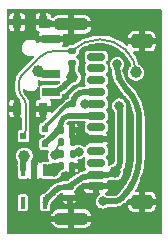
<source format=gbr>
%TF.GenerationSoftware,KiCad,Pcbnew,(6.0.5-0)*%
%TF.CreationDate,2025-01-27T20:14:51-05:00*%
%TF.ProjectId,PICOGAUGEADAPTER,5049434f-4741-4554-9745-414441505445,rev?*%
%TF.SameCoordinates,Original*%
%TF.FileFunction,Copper,L1,Top*%
%TF.FilePolarity,Positive*%
%FSLAX46Y46*%
G04 Gerber Fmt 4.6, Leading zero omitted, Abs format (unit mm)*
G04 Created by KiCad (PCBNEW (6.0.5-0)) date 2025-01-27 20:14:51*
%MOMM*%
%LPD*%
G01*
G04 APERTURE LIST*
G04 Aperture macros list*
%AMRoundRect*
0 Rectangle with rounded corners*
0 $1 Rounding radius*
0 $2 $3 $4 $5 $6 $7 $8 $9 X,Y pos of 4 corners*
0 Add a 4 corners polygon primitive as box body*
4,1,4,$2,$3,$4,$5,$6,$7,$8,$9,$2,$3,0*
0 Add four circle primitives for the rounded corners*
1,1,$1+$1,$2,$3*
1,1,$1+$1,$4,$5*
1,1,$1+$1,$6,$7*
1,1,$1+$1,$8,$9*
0 Add four rect primitives between the rounded corners*
20,1,$1+$1,$2,$3,$4,$5,0*
20,1,$1+$1,$4,$5,$6,$7,0*
20,1,$1+$1,$6,$7,$8,$9,0*
20,1,$1+$1,$8,$9,$2,$3,0*%
G04 Aperture macros list end*
%TA.AperFunction,SMDPad,CuDef*%
%ADD10R,0.550000X0.600000*%
%TD*%
%TA.AperFunction,SMDPad,CuDef*%
%ADD11RoundRect,0.135000X-0.185000X0.135000X-0.185000X-0.135000X0.185000X-0.135000X0.185000X0.135000X0*%
%TD*%
%TA.AperFunction,SMDPad,CuDef*%
%ADD12RoundRect,0.135000X0.185000X-0.135000X0.185000X0.135000X-0.185000X0.135000X-0.185000X-0.135000X0*%
%TD*%
%TA.AperFunction,SMDPad,CuDef*%
%ADD13RoundRect,0.140000X0.140000X0.170000X-0.140000X0.170000X-0.140000X-0.170000X0.140000X-0.170000X0*%
%TD*%
%TA.AperFunction,SMDPad,CuDef*%
%ADD14RoundRect,0.150000X0.625000X-0.150000X0.625000X0.150000X-0.625000X0.150000X-0.625000X-0.150000X0*%
%TD*%
%TA.AperFunction,SMDPad,CuDef*%
%ADD15RoundRect,0.250000X0.650000X-0.350000X0.650000X0.350000X-0.650000X0.350000X-0.650000X-0.350000X0*%
%TD*%
%TA.AperFunction,SMDPad,CuDef*%
%ADD16RoundRect,0.135000X0.135000X0.185000X-0.135000X0.185000X-0.135000X-0.185000X0.135000X-0.185000X0*%
%TD*%
%TA.AperFunction,SMDPad,CuDef*%
%ADD17RoundRect,0.135000X-0.135000X-0.185000X0.135000X-0.185000X0.135000X0.185000X-0.135000X0.185000X0*%
%TD*%
%TA.AperFunction,SMDPad,CuDef*%
%ADD18R,0.457200X0.977900*%
%TD*%
%TA.AperFunction,SMDPad,CuDef*%
%ADD19RoundRect,0.140000X-0.170000X0.140000X-0.170000X-0.140000X0.170000X-0.140000X0.170000X0.140000X0*%
%TD*%
%TA.AperFunction,SMDPad,CuDef*%
%ADD20R,0.800000X1.000000*%
%TD*%
%TA.AperFunction,SMDPad,CuDef*%
%ADD21R,1.500000X0.700000*%
%TD*%
%TA.AperFunction,ComponentPad*%
%ADD22O,3.000000X1.100000*%
%TD*%
%TA.AperFunction,ViaPad*%
%ADD23C,0.800000*%
%TD*%
%TA.AperFunction,ViaPad*%
%ADD24C,1.000000*%
%TD*%
%TA.AperFunction,Conductor*%
%ADD25C,0.500000*%
%TD*%
%TA.AperFunction,Conductor*%
%ADD26C,0.203200*%
%TD*%
%TA.AperFunction,Conductor*%
%ADD27C,0.300000*%
%TD*%
G04 APERTURE END LIST*
D10*
%TO.P,Q1,1,G*%
%TO.N,3V3*%
X153675000Y-93650000D03*
%TO.P,Q1,2,S*%
%TO.N,RP_TX*%
X153675000Y-92350000D03*
%TO.P,Q1,3,D*%
%TO.N,ELM_RX*%
X151825000Y-93000000D03*
%TD*%
D11*
%TO.P,R4,1*%
%TO.N,ELM_RX*%
X156000000Y-85740000D03*
%TO.P,R4,2*%
%TO.N,+5V*%
X156000000Y-86760000D03*
%TD*%
D12*
%TO.P,R3,1*%
%TO.N,3V3*%
X156000000Y-91260000D03*
%TO.P,R3,2*%
%TO.N,RP_TX*%
X156000000Y-90240000D03*
%TD*%
D13*
%TO.P,C3,1*%
%TO.N,GND*%
X155980000Y-92500000D03*
%TO.P,C3,2*%
%TO.N,3V3*%
X155020000Y-92500000D03*
%TD*%
D14*
%TO.P,J2,1,1*%
%TO.N,GND*%
X158000000Y-97250000D03*
%TO.P,J2,2,2*%
%TO.N,+5V*%
X158000000Y-96250000D03*
%TO.P,J2,3,3*%
%TO.N,unconnected-(J2-Pad3)*%
X158000000Y-95250000D03*
%TO.P,J2,4,4*%
%TO.N,unconnected-(J2-Pad4)*%
X158000000Y-94250000D03*
%TO.P,J2,5,5*%
%TO.N,GND*%
X158000000Y-93250000D03*
%TO.P,J2,6,6*%
%TO.N,unconnected-(J2-Pad6)*%
X158000000Y-92250000D03*
%TO.P,J2,7,7*%
%TO.N,3V3*%
X158000000Y-91250000D03*
%TO.P,J2,8,8*%
%TO.N,/RP_RX*%
X158000000Y-90250000D03*
%TO.P,J2,9,9*%
%TO.N,RP_TX*%
X158000000Y-89250000D03*
%TO.P,J2,10,10*%
%TO.N,unconnected-(J2-Pad10)*%
X158000000Y-88250000D03*
%TO.P,J2,11,11*%
%TO.N,unconnected-(J2-Pad11)*%
X158000000Y-87250000D03*
%TO.P,J2,12,12*%
%TO.N,unconnected-(J2-Pad12)*%
X158000000Y-86250000D03*
D15*
%TO.P,J2,MP,MP*%
%TO.N,GND*%
X161875000Y-84950000D03*
X161875000Y-98550000D03*
%TD*%
D13*
%TO.P,C1,1*%
%TO.N,GND*%
X155980000Y-95500000D03*
%TO.P,C1,2*%
%TO.N,+12V*%
X155020000Y-95500000D03*
%TD*%
D16*
%TO.P,R2,1*%
%TO.N,GND*%
X156010000Y-93500000D03*
%TO.P,R2,2*%
%TO.N,/RP_RX*%
X154990000Y-93500000D03*
%TD*%
D17*
%TO.P,R1,1*%
%TO.N,/RP_RX*%
X155000000Y-94500000D03*
%TO.P,R1,2*%
%TO.N,ELM_TX*%
X156020000Y-94500000D03*
%TD*%
D18*
%TO.P,U1,5,Vout*%
%TO.N,+5V*%
X153699960Y-98615250D03*
%TO.P,U1,4,NC*%
%TO.N,unconnected-(U1-Pad4)*%
X151800040Y-98615250D03*
%TO.P,U1,3,EN*%
%TO.N,Net-(S1-Pad2)*%
X151799999Y-95884750D03*
%TO.P,U1,2,GND*%
%TO.N,GND*%
X152750000Y-95884750D03*
%TO.P,U1,1,Vin*%
%TO.N,+12V*%
X153700001Y-95884750D03*
%TD*%
D19*
%TO.P,C2,1*%
%TO.N,+5V*%
X155750000Y-97270000D03*
%TO.P,C2,2*%
%TO.N,GND*%
X155750000Y-98230000D03*
%TD*%
D20*
%TO.P,S1,*%
%TO.N,GND*%
X153530000Y-90650000D03*
X151320000Y-90650000D03*
X151320000Y-83350000D03*
X153530000Y-83350000D03*
D21*
%TO.P,S1,1*%
X154180000Y-84750000D03*
%TO.P,S1,2,Com*%
%TO.N,Net-(S1-Pad2)*%
X154180000Y-87750000D03*
%TO.P,S1,3*%
%TO.N,+5V*%
X154180000Y-89250000D03*
%TD*%
D22*
%TO.P,J1,6,P1*%
%TO.N,GND*%
X155900000Y-99965000D03*
%TO.P,J1,7,P2*%
X155900000Y-83535000D03*
%TD*%
D23*
%TO.N,GND*%
X159210500Y-93250795D03*
%TO.N,+12V*%
X159765000Y-86885000D03*
X154460000Y-96010000D03*
X158570000Y-98520000D03*
D24*
%TO.N,GND*%
X162500000Y-100090000D03*
X159420000Y-97300000D03*
X160570000Y-83110000D03*
X152010000Y-100360000D03*
X153140000Y-94650000D03*
X152430000Y-84250000D03*
X156680000Y-92970000D03*
D23*
%TO.N,+5V*%
X159950000Y-90410000D03*
D24*
X159610000Y-96010000D03*
X156000000Y-87996741D03*
%TO.N,ELM_RX*%
X161370000Y-87600000D03*
D23*
%TO.N,ELM_TX*%
X156531608Y-94309520D03*
%TO.N,/RP_RX*%
X154500000Y-94610000D03*
X157020000Y-90250000D03*
D24*
%TO.N,Net-(S1-Pad2)*%
X151930000Y-94670000D03*
X153096464Y-87506464D03*
%TD*%
D25*
%TO.N,GND*%
X159210507Y-93250788D02*
G75*
G03*
X159208581Y-93250000I-1907J-1912D01*
G01*
X158000000Y-93250000D02*
X159208581Y-93250000D01*
%TO.N,+12V*%
X159764998Y-87123996D02*
G75*
G03*
X160536457Y-88986457I2633902J-4D01*
G01*
X159765000Y-87123996D02*
X159765000Y-86885000D01*
%TO.N,+5V*%
X155272549Y-88797452D02*
X155370000Y-88700000D01*
X155272549Y-88797452D02*
G75*
G02*
X154180000Y-89250000I-1092549J1092552D01*
G01*
X155370000Y-88700000D02*
X155948198Y-88121802D01*
X156000018Y-87996741D02*
G75*
G02*
X155948198Y-88121802I-176918J41D01*
G01*
D26*
%TO.N,ELM_RX*%
X160655831Y-85875813D02*
G75*
G02*
X161370000Y-87600000I-1724231J-1724187D01*
G01*
X158383604Y-84800011D02*
G75*
G02*
X160425979Y-85645981I-4J-2888389D01*
G01*
X156000011Y-85740011D02*
G75*
G02*
X158269360Y-84800000I2269389J-2269389D01*
G01*
X160655822Y-85875822D02*
X160425980Y-85645980D01*
X158383604Y-84800000D02*
X158269360Y-84800000D01*
D25*
%TO.N,+12V*%
X154152721Y-95882721D02*
X153920000Y-95650000D01*
X161650000Y-94719391D02*
X161650000Y-94525665D01*
X158570000Y-98520000D02*
X159475736Y-98520000D01*
X160536457Y-88986457D02*
X160610000Y-89060000D01*
X154460000Y-96010000D02*
X154219705Y-96010000D01*
X155020000Y-95500000D02*
X154532548Y-95500000D01*
X161650000Y-91800000D02*
X161650000Y-91342325D01*
X161650000Y-94525665D02*
X161650000Y-91800000D01*
X155020000Y-95500000D02*
X154545356Y-95974644D01*
X155020000Y-95500000D02*
X154679914Y-95840086D01*
X153980000Y-96130008D02*
G75*
G03*
X154679914Y-95840086I0J989808D01*
G01*
X161650007Y-91570782D02*
G75*
G03*
X160610000Y-89060000I-3550807J-18D01*
G01*
X160199989Y-98219989D02*
G75*
G02*
X159475736Y-98520000I-724289J724289D01*
G01*
X153759986Y-95819986D02*
G75*
G02*
X154532548Y-95500000I772514J-772514D01*
G01*
X154152712Y-95882730D02*
G75*
G03*
X154460000Y-96010000I307288J307330D01*
G01*
X154460000Y-96010003D02*
G75*
G03*
X154545356Y-95974644I0J120703D01*
G01*
X161649995Y-94719391D02*
G75*
G02*
X160199999Y-98219999I-4950595J-9D01*
G01*
%TO.N,GND*%
X152750000Y-95884750D02*
X152750000Y-95591543D01*
X155900000Y-83535000D02*
X154076923Y-83535000D01*
X158000000Y-93250000D02*
X157854974Y-93250000D01*
X158000000Y-93250000D02*
X157963969Y-93250000D01*
X157010007Y-93600007D02*
G75*
G02*
X157854974Y-93250000I844993J-844993D01*
G01*
X153139987Y-94649987D02*
G75*
G03*
X152750000Y-95591543I941513J-941513D01*
G01*
X153919993Y-83599993D02*
G75*
G02*
X154076923Y-83535000I156907J-156907D01*
G01*
X156950009Y-92829991D02*
G75*
G03*
X157963969Y-93250000I1013991J1013991D01*
G01*
%TO.N,+5V*%
X160060000Y-91480000D02*
X160060000Y-90675563D01*
X155900258Y-97119741D02*
X155750000Y-97270000D01*
X156000000Y-87996741D02*
X156000000Y-86760000D01*
X160060000Y-94923604D02*
X160060000Y-92940000D01*
X153859208Y-98230793D02*
X154410000Y-97680000D01*
X158000000Y-96250000D02*
X159030589Y-96250000D01*
X160060000Y-91480000D02*
X160060000Y-90992842D01*
X160060000Y-92940000D02*
X160060000Y-91480000D01*
X155399827Y-97270000D02*
X155750000Y-97270000D01*
X160060001Y-94923604D02*
G75*
G02*
X159610000Y-96010000I-1536401J4D01*
G01*
X155900255Y-97119738D02*
G75*
G02*
X158000000Y-96250000I2099745J-2099762D01*
G01*
X159610003Y-96010003D02*
G75*
G02*
X159030589Y-96250000I-579403J579403D01*
G01*
X159860013Y-90509987D02*
G75*
G02*
X160060000Y-90992842I-482813J-482813D01*
G01*
X155399827Y-97270012D02*
G75*
G03*
X154410000Y-97680000I-27J-1399788D01*
G01*
X159949989Y-90410011D02*
G75*
G02*
X160060000Y-90675563I-265589J-265589D01*
G01*
X153859175Y-98230760D02*
G75*
G03*
X153699960Y-98615250I384525J-384440D01*
G01*
D26*
%TO.N,ELM_RX*%
X151430000Y-88660000D02*
X151430000Y-88722894D01*
X152040000Y-90195563D02*
X152040000Y-92480945D01*
X156000000Y-85740000D02*
X154705807Y-85740000D01*
X153040000Y-86430000D02*
X151868407Y-87601593D01*
X151929998Y-89930002D02*
G75*
G02*
X151430000Y-88722894I1207102J1207102D01*
G01*
X151824987Y-92999987D02*
G75*
G03*
X152040000Y-92480945I-519087J519087D01*
G01*
X151429997Y-88660000D02*
G75*
G02*
X151868407Y-87601593I1496803J0D01*
G01*
X153039998Y-86429998D02*
G75*
G02*
X154705807Y-85740000I1665802J-1665802D01*
G01*
X152040015Y-90195563D02*
G75*
G03*
X151930000Y-89930000I-375615J-37D01*
G01*
D25*
%TO.N,ELM_TX*%
X156020000Y-94500000D02*
X156071749Y-94500000D01*
X156531576Y-94309488D02*
G75*
G02*
X156071749Y-94500000I-459876J459788D01*
G01*
D26*
%TO.N,/RP_RX*%
X154848492Y-94348493D02*
X155000000Y-94500000D01*
D25*
X155000000Y-94500000D02*
X154765563Y-94500000D01*
D26*
X154593934Y-94246066D02*
X154500000Y-94340000D01*
D25*
X158000000Y-90250000D02*
X157020000Y-90250000D01*
D26*
X154990000Y-93500000D02*
X154841422Y-93648578D01*
X154699988Y-93990000D02*
G75*
G02*
X154841422Y-93648578I482812J0D01*
G01*
D25*
X154500011Y-94610011D02*
G75*
G02*
X154765563Y-94500000I265589J-265589D01*
G01*
D26*
X154848489Y-94348496D02*
G75*
G02*
X154700000Y-93990000I358511J358496D01*
G01*
X154593927Y-94246059D02*
G75*
G03*
X154700000Y-93990000I-256027J256059D01*
G01*
D25*
%TO.N,3V3*%
X154245000Y-93035000D02*
X154564436Y-92715564D01*
X154245000Y-93035000D02*
X153690000Y-93590000D01*
X158000000Y-91250000D02*
X155750000Y-91250000D01*
X154802010Y-92477990D02*
X154245000Y-93035000D01*
X154940000Y-92559993D02*
G75*
G03*
X154564437Y-92715565I0J-531107D01*
G01*
X155000000Y-92000000D02*
G75*
G02*
X155750000Y-91250000I750000J0D01*
G01*
X154802014Y-92477994D02*
G75*
G03*
X155000000Y-92000000I-478014J477994D01*
G01*
D27*
%TO.N,RP_TX*%
X154910000Y-90930361D02*
X155204844Y-90635517D01*
X154910000Y-90930361D02*
X153805560Y-92034801D01*
D25*
X158000000Y-89250000D02*
X157010000Y-89250000D01*
D27*
X155204844Y-90635517D02*
X155600408Y-90239953D01*
X156000002Y-90240002D02*
G75*
G02*
X155710295Y-90360000I-289702J289702D01*
G01*
X155870000Y-90360009D02*
G75*
G03*
X155204845Y-90635518I0J-940691D01*
G01*
X153675013Y-92350000D02*
G75*
G02*
X153805560Y-92034801I445787J0D01*
G01*
X155890000Y-90119987D02*
G75*
G03*
X155600408Y-90239953I0J-409513D01*
G01*
D25*
X156050000Y-90210000D02*
G75*
G02*
X157010000Y-89250000I960000J0D01*
G01*
%TO.N,Net-(S1-Pad2)*%
X151799999Y-95884750D02*
X151799999Y-94983850D01*
X154180000Y-87750000D02*
X153684411Y-87750000D01*
X151799999Y-95884750D02*
X151799999Y-95451840D01*
X154180000Y-87750000D02*
X153170710Y-87750000D01*
X151930035Y-94670035D02*
G75*
G03*
X151799999Y-94983850I313765J-313865D01*
G01*
X153049997Y-87700003D02*
G75*
G03*
X153170710Y-87750000I120703J120703D01*
G01*
X152069988Y-94799988D02*
G75*
G03*
X151799999Y-95451840I651812J-651812D01*
G01*
X153096455Y-87506473D02*
G75*
G03*
X153684411Y-87750000I587945J587973D01*
G01*
%TD*%
%TA.AperFunction,Conductor*%
%TO.N,GND*%
G36*
X163504831Y-82222913D02*
G01*
X163541376Y-82273213D01*
X163546300Y-82304300D01*
X163546300Y-101195700D01*
X163527087Y-101254831D01*
X163476787Y-101291376D01*
X163445700Y-101296300D01*
X150554300Y-101296300D01*
X150495169Y-101277087D01*
X150458624Y-101226787D01*
X150453700Y-101195700D01*
X150453700Y-100222498D01*
X154192278Y-100222498D01*
X154192361Y-100234426D01*
X154216103Y-100304167D01*
X154220863Y-100314282D01*
X154309487Y-100458338D01*
X154316364Y-100467140D01*
X154434696Y-100587978D01*
X154443362Y-100595046D01*
X154585525Y-100686663D01*
X154595535Y-100691632D01*
X154754465Y-100749477D01*
X154765329Y-100752106D01*
X154895921Y-100768603D01*
X154902228Y-100769000D01*
X155630067Y-100769000D01*
X155642957Y-100764812D01*
X155646000Y-100760623D01*
X155646000Y-100753067D01*
X156154000Y-100753067D01*
X156158188Y-100765957D01*
X156162377Y-100769000D01*
X156892544Y-100769000D01*
X156898143Y-100768687D01*
X157023660Y-100754608D01*
X157034567Y-100752130D01*
X157194280Y-100696512D01*
X157204365Y-100691680D01*
X157347791Y-100602058D01*
X157356556Y-100595110D01*
X157476563Y-100475939D01*
X157483566Y-100467228D01*
X157574189Y-100324430D01*
X157579090Y-100314382D01*
X157607708Y-100234011D01*
X157608017Y-100222955D01*
X157596400Y-100219000D01*
X156169933Y-100219000D01*
X156157043Y-100223188D01*
X156154000Y-100227377D01*
X156154000Y-100753067D01*
X155646000Y-100753067D01*
X155646000Y-100234933D01*
X155641812Y-100222043D01*
X155637623Y-100219000D01*
X154203043Y-100219000D01*
X154192278Y-100222498D01*
X150453700Y-100222498D01*
X150453700Y-99707045D01*
X154191983Y-99707045D01*
X154203600Y-99711000D01*
X155630067Y-99711000D01*
X155642957Y-99706812D01*
X155646000Y-99702623D01*
X155646000Y-99695067D01*
X156154000Y-99695067D01*
X156158188Y-99707957D01*
X156162377Y-99711000D01*
X157596957Y-99711000D01*
X157607722Y-99707502D01*
X157607639Y-99695574D01*
X157583897Y-99625833D01*
X157579137Y-99615718D01*
X157490513Y-99471662D01*
X157483636Y-99462860D01*
X157365304Y-99342022D01*
X157356638Y-99334954D01*
X157214475Y-99243337D01*
X157204465Y-99238368D01*
X157045535Y-99180523D01*
X157034671Y-99177894D01*
X156904079Y-99161397D01*
X156897772Y-99161000D01*
X156169933Y-99161000D01*
X156157043Y-99165188D01*
X156154000Y-99169377D01*
X156154000Y-99695067D01*
X155646000Y-99695067D01*
X155646000Y-99176933D01*
X155641812Y-99164043D01*
X155637623Y-99161000D01*
X154907456Y-99161000D01*
X154901857Y-99161313D01*
X154776340Y-99175392D01*
X154765433Y-99177870D01*
X154605720Y-99233488D01*
X154595635Y-99238320D01*
X154452209Y-99327942D01*
X154443444Y-99334890D01*
X154323437Y-99454061D01*
X154316434Y-99462772D01*
X154225811Y-99605570D01*
X154220910Y-99615618D01*
X154192292Y-99695989D01*
X154191983Y-99707045D01*
X150453700Y-99707045D01*
X150453700Y-99124264D01*
X151367740Y-99124264D01*
X151379559Y-99183680D01*
X151424580Y-99251060D01*
X151491960Y-99296081D01*
X151551376Y-99307900D01*
X152048704Y-99307900D01*
X152108120Y-99296081D01*
X152175500Y-99251060D01*
X152220521Y-99183680D01*
X152232340Y-99124264D01*
X152232340Y-98106236D01*
X152220521Y-98046820D01*
X152175500Y-97979440D01*
X152108120Y-97934419D01*
X152048704Y-97922600D01*
X151551376Y-97922600D01*
X151491960Y-97934419D01*
X151424580Y-97979440D01*
X151379559Y-98046820D01*
X151367740Y-98106236D01*
X151367740Y-99124264D01*
X150453700Y-99124264D01*
X150453700Y-94662577D01*
X151221171Y-94662577D01*
X151221836Y-94668601D01*
X151221836Y-94668605D01*
X151230824Y-94750017D01*
X151239861Y-94831871D01*
X151245567Y-94847464D01*
X151294908Y-94982292D01*
X151298394Y-94991819D01*
X151301774Y-94996849D01*
X151301776Y-94996853D01*
X151329198Y-95037662D01*
X151346299Y-95093771D01*
X151346299Y-95403508D01*
X151346084Y-95410082D01*
X151345888Y-95413075D01*
X151344710Y-95423185D01*
X151342971Y-95433527D01*
X151341771Y-95440661D01*
X151341634Y-95451860D01*
X151342185Y-95455705D01*
X151342185Y-95455708D01*
X151345282Y-95477324D01*
X151346299Y-95491590D01*
X151346299Y-95918839D01*
X151346857Y-95922550D01*
X151346857Y-95922551D01*
X151359511Y-96006722D01*
X151361457Y-96019663D01*
X151363625Y-96024177D01*
X151367699Y-96051274D01*
X151367699Y-96393764D01*
X151379518Y-96453180D01*
X151424539Y-96520560D01*
X151491919Y-96565581D01*
X151551335Y-96577400D01*
X152048663Y-96577400D01*
X152108079Y-96565581D01*
X152175459Y-96520560D01*
X152175895Y-96519908D01*
X152226160Y-96494297D01*
X152287568Y-96504023D01*
X152325542Y-96537767D01*
X152332769Y-96548583D01*
X152346515Y-96562329D01*
X152414057Y-96607459D01*
X152432011Y-96614896D01*
X152491531Y-96626735D01*
X152501330Y-96627700D01*
X152505467Y-96627700D01*
X152518357Y-96623512D01*
X152521400Y-96619323D01*
X152521400Y-96611766D01*
X152978600Y-96611766D01*
X152982788Y-96624656D01*
X152986977Y-96627699D01*
X152998678Y-96627699D01*
X153008461Y-96626735D01*
X153067986Y-96614896D01*
X153085945Y-96607458D01*
X153153485Y-96562329D01*
X153167231Y-96548583D01*
X153174458Y-96537767D01*
X153223284Y-96499276D01*
X153285411Y-96496835D01*
X153323673Y-96519261D01*
X153324541Y-96520560D01*
X153391921Y-96565581D01*
X153451337Y-96577400D01*
X153896035Y-96577400D01*
X153912725Y-96578794D01*
X153964970Y-96587584D01*
X153964977Y-96587585D01*
X153968801Y-96588228D01*
X153972683Y-96588275D01*
X153972689Y-96588276D01*
X153974554Y-96588298D01*
X153980000Y-96588365D01*
X153996266Y-96586035D01*
X154003938Y-96585236D01*
X154147054Y-96575855D01*
X154165546Y-96574643D01*
X154165547Y-96574643D01*
X154168825Y-96574428D01*
X154172049Y-96573787D01*
X154172054Y-96573786D01*
X154190429Y-96570131D01*
X154248551Y-96575855D01*
X154302403Y-96598161D01*
X154308939Y-96599021D01*
X154308941Y-96599022D01*
X154453460Y-96618048D01*
X154460000Y-96618909D01*
X154466540Y-96618048D01*
X154611059Y-96599022D01*
X154611061Y-96599021D01*
X154617597Y-96598161D01*
X154764455Y-96537331D01*
X154890564Y-96440564D01*
X154987331Y-96314454D01*
X155048161Y-96167597D01*
X155051910Y-96139119D01*
X155080514Y-96081115D01*
X155118464Y-96043165D01*
X155173862Y-96014939D01*
X155189599Y-96013700D01*
X155200272Y-96013700D01*
X155203527Y-96013271D01*
X155203534Y-96013271D01*
X155232095Y-96009510D01*
X155250328Y-96007110D01*
X155360179Y-95955886D01*
X155376912Y-95939153D01*
X155393299Y-95922767D01*
X155448697Y-95894541D01*
X155510106Y-95904268D01*
X155535568Y-95922768D01*
X155599927Y-95987127D01*
X155612582Y-95996321D01*
X155709674Y-96045792D01*
X155715187Y-96047583D01*
X155723649Y-96046242D01*
X155724439Y-96045452D01*
X155726000Y-96038951D01*
X155726000Y-96034922D01*
X156234000Y-96034922D01*
X156238188Y-96047812D01*
X156239091Y-96048468D01*
X156241507Y-96048658D01*
X156249671Y-96046005D01*
X156311845Y-96046005D01*
X156322599Y-96053818D01*
X156328620Y-96021917D01*
X156357743Y-95988820D01*
X156360072Y-95987128D01*
X156437127Y-95910073D01*
X156446321Y-95897418D01*
X156495792Y-95800326D01*
X156500626Y-95785448D01*
X156503114Y-95769738D01*
X156500994Y-95756350D01*
X156500206Y-95755562D01*
X156493701Y-95754000D01*
X156249933Y-95754000D01*
X156237043Y-95758188D01*
X156234000Y-95762377D01*
X156234000Y-96034922D01*
X155726000Y-96034922D01*
X155726000Y-95346600D01*
X155745213Y-95287469D01*
X155795513Y-95250924D01*
X155826600Y-95246000D01*
X156489673Y-95246000D01*
X156502563Y-95241812D01*
X156503219Y-95240909D01*
X156503744Y-95234240D01*
X156500625Y-95214551D01*
X156495792Y-95199674D01*
X156446321Y-95102582D01*
X156437127Y-95089927D01*
X156434860Y-95087660D01*
X156433404Y-95084803D01*
X156432473Y-95083521D01*
X156432676Y-95083374D01*
X156406634Y-95032262D01*
X156416360Y-94970854D01*
X156460324Y-94926890D01*
X156519122Y-94916785D01*
X156531608Y-94918429D01*
X156538148Y-94917568D01*
X156682667Y-94898542D01*
X156682669Y-94898541D01*
X156689205Y-94897681D01*
X156836063Y-94836851D01*
X156937928Y-94758687D01*
X156996533Y-94737933D01*
X157056147Y-94755592D01*
X157093997Y-94804918D01*
X157095624Y-94867070D01*
X157084073Y-94890756D01*
X157083066Y-94891765D01*
X157079416Y-94899233D01*
X157079414Y-94899235D01*
X157055903Y-94947334D01*
X157031354Y-94997555D01*
X157028487Y-95017206D01*
X157021831Y-95062835D01*
X157021300Y-95066473D01*
X157021301Y-95433526D01*
X157031533Y-95503045D01*
X157083429Y-95608744D01*
X157089313Y-95614618D01*
X157089314Y-95614619D01*
X157153560Y-95678753D01*
X157181835Y-95734126D01*
X157172162Y-95795543D01*
X157153684Y-95821023D01*
X157083066Y-95891765D01*
X157080679Y-95896647D01*
X157031927Y-95932720D01*
X157024454Y-95934903D01*
X157005104Y-95939750D01*
X156976826Y-95949868D01*
X156690752Y-96052226D01*
X156690745Y-96052229D01*
X156688425Y-96053059D01*
X156459881Y-96161151D01*
X156398214Y-96169064D01*
X156376348Y-96157099D01*
X156362145Y-96200812D01*
X156332477Y-96227969D01*
X156095887Y-96369775D01*
X156093909Y-96371242D01*
X156093903Y-96371246D01*
X155839295Y-96560076D01*
X155825736Y-96570132D01*
X155691365Y-96691917D01*
X155615981Y-96760240D01*
X155559265Y-96785714D01*
X155548423Y-96786300D01*
X155539728Y-96786300D01*
X155536473Y-96786729D01*
X155536466Y-96786729D01*
X155507905Y-96790490D01*
X155489672Y-96792890D01*
X155482697Y-96796143D01*
X155482692Y-96796144D01*
X155467020Y-96803452D01*
X155415526Y-96812475D01*
X155414857Y-96812415D01*
X155411035Y-96811772D01*
X155399836Y-96811635D01*
X155395994Y-96812185D01*
X155395985Y-96812186D01*
X155394654Y-96812377D01*
X155386973Y-96813178D01*
X155256884Y-96821702D01*
X155157382Y-96828222D01*
X155154151Y-96828865D01*
X155154148Y-96828865D01*
X154999746Y-96859575D01*
X154919076Y-96875620D01*
X154688995Y-96953719D01*
X154471078Y-97061182D01*
X154269052Y-97196170D01*
X154266573Y-97198344D01*
X154142579Y-97307083D01*
X154140427Y-97308742D01*
X154140309Y-97308803D01*
X154139958Y-97309103D01*
X154136730Y-97311860D01*
X154136724Y-97311866D01*
X154135231Y-97313141D01*
X154133837Y-97314535D01*
X154132390Y-97315873D01*
X154132380Y-97315862D01*
X154129613Y-97318454D01*
X154108077Y-97337341D01*
X154100103Y-97343650D01*
X154093903Y-97348065D01*
X154091128Y-97350773D01*
X154091123Y-97350777D01*
X154089895Y-97351976D01*
X154085887Y-97355887D01*
X154073466Y-97372460D01*
X154070449Y-97376486D01*
X154061083Y-97387289D01*
X153571267Y-97877106D01*
X153558488Y-97887915D01*
X153546242Y-97896636D01*
X153546234Y-97896642D01*
X153543074Y-97898893D01*
X153542473Y-97899480D01*
X153485483Y-97922369D01*
X153478672Y-97922600D01*
X153451296Y-97922600D01*
X153391880Y-97934419D01*
X153324500Y-97979440D01*
X153279479Y-98046820D01*
X153267660Y-98106236D01*
X153267660Y-98396115D01*
X153264883Y-98419590D01*
X153255479Y-98458778D01*
X153255170Y-98462710D01*
X153255169Y-98462716D01*
X153246445Y-98573705D01*
X153245361Y-98582503D01*
X153241731Y-98604093D01*
X153241595Y-98615292D01*
X153260031Y-98743938D01*
X153262996Y-98750458D01*
X153263614Y-98752570D01*
X153267660Y-98780813D01*
X153267660Y-99124264D01*
X153279479Y-99183680D01*
X153324500Y-99251060D01*
X153391880Y-99296081D01*
X153451296Y-99307900D01*
X153948624Y-99307900D01*
X154008040Y-99296081D01*
X154075420Y-99251060D01*
X154120441Y-99183680D01*
X154132260Y-99124264D01*
X154132260Y-98780570D01*
X154136306Y-98753491D01*
X154138309Y-98749223D01*
X154139796Y-98739673D01*
X154157190Y-98627891D01*
X154157190Y-98627890D01*
X154158292Y-98620808D01*
X154157946Y-98618164D01*
X154177212Y-98561226D01*
X154179254Y-98558893D01*
X154179373Y-98558806D01*
X154197127Y-98535705D01*
X154205757Y-98525872D01*
X154240123Y-98491506D01*
X155201342Y-98491506D01*
X155204208Y-98500326D01*
X155253679Y-98597418D01*
X155262873Y-98610073D01*
X155339927Y-98687127D01*
X155352582Y-98696321D01*
X155449674Y-98745792D01*
X155464552Y-98750626D01*
X155480262Y-98753114D01*
X155493650Y-98750994D01*
X155494438Y-98750206D01*
X155496000Y-98743701D01*
X155496000Y-98739673D01*
X156004000Y-98739673D01*
X156008188Y-98752563D01*
X156009091Y-98753219D01*
X156015760Y-98753744D01*
X156035449Y-98750625D01*
X156050326Y-98745792D01*
X156147418Y-98696321D01*
X156160073Y-98687127D01*
X156237127Y-98610073D01*
X156246321Y-98597418D01*
X156285768Y-98520000D01*
X157961091Y-98520000D01*
X157961952Y-98526540D01*
X157980657Y-98668616D01*
X157981839Y-98677597D01*
X157989595Y-98696321D01*
X158037667Y-98812377D01*
X158042669Y-98824454D01*
X158139436Y-98950564D01*
X158265545Y-99047331D01*
X158412403Y-99108161D01*
X158418939Y-99109021D01*
X158418941Y-99109022D01*
X158563460Y-99128048D01*
X158570000Y-99128909D01*
X158576540Y-99128048D01*
X158721059Y-99109022D01*
X158721061Y-99109021D01*
X158727597Y-99108161D01*
X158874455Y-99047331D01*
X158943320Y-98994489D01*
X159004561Y-98973700D01*
X159429228Y-98973700D01*
X159445914Y-98975093D01*
X159464553Y-98978228D01*
X159475752Y-98978365D01*
X159479604Y-98977813D01*
X159479607Y-98977813D01*
X159491169Y-98976157D01*
X159498844Y-98975357D01*
X159641427Y-98966007D01*
X159665782Y-98964410D01*
X159665783Y-98964410D01*
X159669075Y-98964194D01*
X159765610Y-98944989D01*
X160721001Y-98944989D01*
X160721295Y-98950413D01*
X160727014Y-99003070D01*
X160729910Y-99015249D01*
X160775855Y-99137807D01*
X160782672Y-99150259D01*
X160860654Y-99254311D01*
X160870689Y-99264346D01*
X160974741Y-99342328D01*
X160987193Y-99349145D01*
X161109749Y-99395089D01*
X161121932Y-99397986D01*
X161174589Y-99403707D01*
X161180009Y-99404000D01*
X161605067Y-99404000D01*
X161617957Y-99399812D01*
X161621000Y-99395623D01*
X161621000Y-99388066D01*
X162129000Y-99388066D01*
X162133188Y-99400956D01*
X162137377Y-99403999D01*
X162569989Y-99403999D01*
X162575413Y-99403705D01*
X162628070Y-99397986D01*
X162640249Y-99395090D01*
X162762807Y-99349145D01*
X162775259Y-99342328D01*
X162879311Y-99264346D01*
X162889346Y-99254311D01*
X162967328Y-99150259D01*
X162974145Y-99137807D01*
X163020089Y-99015251D01*
X163022986Y-99003068D01*
X163028707Y-98950411D01*
X163029000Y-98944991D01*
X163029000Y-98819933D01*
X163024812Y-98807043D01*
X163020623Y-98804000D01*
X162144933Y-98804000D01*
X162132043Y-98808188D01*
X162129000Y-98812377D01*
X162129000Y-99388066D01*
X161621000Y-99388066D01*
X161621000Y-98819933D01*
X161616812Y-98807043D01*
X161612623Y-98804000D01*
X160736934Y-98804000D01*
X160724044Y-98808188D01*
X160721001Y-98812377D01*
X160721001Y-98944989D01*
X159765610Y-98944989D01*
X159859089Y-98926392D01*
X159862203Y-98925335D01*
X159862210Y-98925333D01*
X160039433Y-98865170D01*
X160042544Y-98864114D01*
X160211455Y-98780813D01*
X160213347Y-98779880D01*
X160213349Y-98779879D01*
X160216301Y-98778423D01*
X160219039Y-98776593D01*
X160219045Y-98776590D01*
X160374644Y-98672620D01*
X160374646Y-98672619D01*
X160377387Y-98670787D01*
X160426300Y-98627891D01*
X160495331Y-98567352D01*
X160503303Y-98561044D01*
X160516097Y-98551935D01*
X160524113Y-98544113D01*
X160526434Y-98541017D01*
X160528092Y-98539128D01*
X160529816Y-98537214D01*
X160722921Y-98328313D01*
X160777168Y-98297933D01*
X160796794Y-98296000D01*
X161605067Y-98296000D01*
X161617957Y-98291812D01*
X161621000Y-98287623D01*
X161621000Y-98280067D01*
X162129000Y-98280067D01*
X162133188Y-98292957D01*
X162137377Y-98296000D01*
X163013066Y-98296000D01*
X163025956Y-98291812D01*
X163028999Y-98287623D01*
X163028999Y-98155011D01*
X163028705Y-98149587D01*
X163022986Y-98096930D01*
X163020090Y-98084751D01*
X162974145Y-97962193D01*
X162967328Y-97949741D01*
X162889346Y-97845689D01*
X162879311Y-97835654D01*
X162775259Y-97757672D01*
X162762807Y-97750855D01*
X162640251Y-97704911D01*
X162628068Y-97702014D01*
X162575411Y-97696293D01*
X162569991Y-97696000D01*
X162144933Y-97696000D01*
X162132043Y-97700188D01*
X162129000Y-97704377D01*
X162129000Y-98280067D01*
X161621000Y-98280067D01*
X161621000Y-97711934D01*
X161616812Y-97699044D01*
X161612623Y-97696001D01*
X161398077Y-97696001D01*
X161338946Y-97676788D01*
X161302401Y-97626488D01*
X161302401Y-97564314D01*
X161311104Y-97545441D01*
X161310876Y-97545313D01*
X161422598Y-97345818D01*
X161518379Y-97174788D01*
X161610018Y-96976007D01*
X161695341Y-96790928D01*
X161695343Y-96790924D01*
X161696172Y-96789125D01*
X161698382Y-96783136D01*
X161757270Y-96623512D01*
X161843158Y-96390702D01*
X161938886Y-96051274D01*
X161957891Y-95983886D01*
X161957892Y-95983880D01*
X161958430Y-95981974D01*
X161958815Y-95980039D01*
X161958818Y-95980026D01*
X162040893Y-95567403D01*
X162041279Y-95565463D01*
X162091193Y-95143734D01*
X162103408Y-94832836D01*
X162106934Y-94743081D01*
X162107258Y-94738044D01*
X162107583Y-94734421D01*
X162108228Y-94730589D01*
X162108365Y-94719390D01*
X162104716Y-94693909D01*
X162103700Y-94679648D01*
X162103700Y-91617298D01*
X162105094Y-91600609D01*
X162107583Y-91585812D01*
X162108228Y-91581979D01*
X162108365Y-91570780D01*
X162107814Y-91566936D01*
X162107779Y-91566392D01*
X162106935Y-91557343D01*
X162103796Y-91485452D01*
X162103700Y-91481064D01*
X162103700Y-91308236D01*
X162093720Y-91241852D01*
X162092698Y-91231286D01*
X162092364Y-91223630D01*
X162092364Y-91223627D01*
X162092268Y-91221434D01*
X162072351Y-91070154D01*
X162046913Y-90876939D01*
X162046911Y-90876930D01*
X162046624Y-90874747D01*
X162045523Y-90869778D01*
X161978529Y-90567597D01*
X161970938Y-90533357D01*
X161963404Y-90509460D01*
X161875621Y-90231053D01*
X161865787Y-90199863D01*
X161731970Y-89876802D01*
X161718089Y-89850136D01*
X161571516Y-89568575D01*
X161571515Y-89568574D01*
X161570505Y-89566633D01*
X161448001Y-89374340D01*
X161383802Y-89273567D01*
X161383797Y-89273560D01*
X161382623Y-89271717D01*
X161169751Y-88994299D01*
X161125942Y-88946489D01*
X160990676Y-88798872D01*
X160951795Y-88756440D01*
X160944952Y-88747983D01*
X160944194Y-88747075D01*
X160941935Y-88743903D01*
X160934113Y-88735887D01*
X160913518Y-88720452D01*
X160902715Y-88711086D01*
X160887769Y-88696140D01*
X160877673Y-88684350D01*
X160868734Y-88672115D01*
X160868732Y-88672113D01*
X160864505Y-88666327D01*
X160850796Y-88655789D01*
X160837096Y-88643067D01*
X160698119Y-88487552D01*
X160691086Y-88478733D01*
X160556140Y-88288546D01*
X160550138Y-88278993D01*
X160437341Y-88074903D01*
X160432446Y-88064739D01*
X160343206Y-87849297D01*
X160339480Y-87838649D01*
X160337438Y-87831560D01*
X160274923Y-87614566D01*
X160272414Y-87603576D01*
X160272367Y-87603295D01*
X160233352Y-87373669D01*
X160232089Y-87362462D01*
X160231985Y-87360601D01*
X160229237Y-87311675D01*
X160245105Y-87251560D01*
X160249868Y-87244794D01*
X160288313Y-87194691D01*
X160288315Y-87194688D01*
X160292331Y-87189454D01*
X160353161Y-87042597D01*
X160354340Y-87033646D01*
X160373048Y-86891540D01*
X160373909Y-86885000D01*
X160363828Y-86808429D01*
X160354022Y-86733941D01*
X160354021Y-86733939D01*
X160353161Y-86727403D01*
X160310572Y-86624584D01*
X160294854Y-86586636D01*
X160294852Y-86586633D01*
X160292331Y-86580546D01*
X160195564Y-86454436D01*
X160069455Y-86357669D01*
X159922597Y-86296839D01*
X159916061Y-86295979D01*
X159916059Y-86295978D01*
X159771540Y-86276952D01*
X159765000Y-86276091D01*
X159758460Y-86276952D01*
X159613941Y-86295978D01*
X159613939Y-86295979D01*
X159607403Y-86296839D01*
X159523112Y-86331753D01*
X159466636Y-86355146D01*
X159466633Y-86355148D01*
X159460546Y-86357669D01*
X159334436Y-86454436D01*
X159237669Y-86580546D01*
X159235148Y-86586633D01*
X159235146Y-86586636D01*
X159219428Y-86624584D01*
X159176839Y-86727403D01*
X159175979Y-86733939D01*
X159175978Y-86733941D01*
X159166172Y-86808429D01*
X159156091Y-86885000D01*
X159156952Y-86891540D01*
X159166760Y-86966041D01*
X159159534Y-87005030D01*
X159176054Y-87036634D01*
X159176839Y-87042597D01*
X159237669Y-87189454D01*
X159292859Y-87261379D01*
X159296665Y-87266339D01*
X159317332Y-87322643D01*
X159322297Y-87423712D01*
X159322459Y-87427000D01*
X159366973Y-87727087D01*
X159387257Y-87808066D01*
X159440087Y-88018977D01*
X159440090Y-88018988D01*
X159440686Y-88021366D01*
X159441517Y-88023688D01*
X159541708Y-88303700D01*
X159542889Y-88307002D01*
X159672596Y-88581246D01*
X159828561Y-88841455D01*
X160009279Y-89085124D01*
X160046936Y-89126672D01*
X160193854Y-89288770D01*
X160201262Y-89297977D01*
X160202265Y-89299385D01*
X160202272Y-89299393D01*
X160204523Y-89302555D01*
X160212345Y-89310571D01*
X160215451Y-89312899D01*
X160215458Y-89312905D01*
X160232944Y-89326010D01*
X160243747Y-89335376D01*
X160258687Y-89350316D01*
X160268783Y-89362105D01*
X160281951Y-89380129D01*
X160296598Y-89391388D01*
X160309815Y-89403576D01*
X160461359Y-89570779D01*
X160489978Y-89602355D01*
X160496239Y-89609985D01*
X160532031Y-89658245D01*
X160671406Y-89846170D01*
X160676890Y-89854378D01*
X160828061Y-90106590D01*
X160832715Y-90115297D01*
X160958438Y-90381114D01*
X160962216Y-90390235D01*
X161061278Y-90667093D01*
X161064144Y-90676540D01*
X161135594Y-90961780D01*
X161137520Y-90971463D01*
X161180666Y-91262325D01*
X161181634Y-91272149D01*
X161187963Y-91400956D01*
X161192570Y-91494718D01*
X161194481Y-91533622D01*
X161193404Y-91554035D01*
X161192772Y-91558097D01*
X161191669Y-91565184D01*
X161192598Y-91572288D01*
X161192598Y-91572291D01*
X161195451Y-91594104D01*
X161196300Y-91607149D01*
X161196300Y-94676266D01*
X161195102Y-94691743D01*
X161191669Y-94713792D01*
X161193865Y-94730589D01*
X161194185Y-94733034D01*
X161194938Y-94750465D01*
X161179864Y-95095769D01*
X161179376Y-95106936D01*
X161178612Y-95115668D01*
X161160805Y-95250924D01*
X161128551Y-95495916D01*
X161127027Y-95504559D01*
X161105585Y-95601280D01*
X161052461Y-95840911D01*
X161044020Y-95878985D01*
X161041752Y-95887451D01*
X160947159Y-96187464D01*
X160926421Y-96253238D01*
X160923420Y-96261483D01*
X160785008Y-96595638D01*
X160776653Y-96615809D01*
X160772945Y-96623761D01*
X160728974Y-96708228D01*
X160595854Y-96963951D01*
X160591466Y-96971551D01*
X160385401Y-97295009D01*
X160380367Y-97302198D01*
X160146902Y-97606455D01*
X160141261Y-97613178D01*
X159904600Y-97871448D01*
X159889775Y-97884715D01*
X159879871Y-97891951D01*
X159873039Y-97900838D01*
X159857105Y-97917287D01*
X159800371Y-97963848D01*
X159783974Y-97974805D01*
X159702808Y-98018190D01*
X159684590Y-98025736D01*
X159596511Y-98052457D01*
X159577171Y-98056305D01*
X159556204Y-98058370D01*
X159510082Y-98062914D01*
X159495573Y-98062507D01*
X159495569Y-98062859D01*
X159488405Y-98062772D01*
X159481320Y-98061669D01*
X159474210Y-98062599D01*
X159474209Y-98062599D01*
X159452413Y-98065450D01*
X159439366Y-98066300D01*
X159004561Y-98066300D01*
X158943320Y-98045511D01*
X158913803Y-98022862D01*
X158874455Y-97992669D01*
X158831327Y-97974805D01*
X158787719Y-97956742D01*
X158740442Y-97916364D01*
X158725927Y-97855907D01*
X158749720Y-97798466D01*
X158780546Y-97774165D01*
X158858369Y-97734512D01*
X158871024Y-97725318D01*
X158950318Y-97646024D01*
X158959512Y-97633369D01*
X159010420Y-97533457D01*
X159015008Y-97519338D01*
X159012951Y-97506350D01*
X159012162Y-97505561D01*
X159005660Y-97504000D01*
X158269933Y-97504000D01*
X158257043Y-97508188D01*
X158254000Y-97512377D01*
X158254000Y-97788066D01*
X158258188Y-97800956D01*
X158282044Y-97818288D01*
X158280468Y-97820457D01*
X158297362Y-97829064D01*
X158325589Y-97884461D01*
X158315864Y-97945870D01*
X158276527Y-97987323D01*
X158271638Y-97990145D01*
X158265546Y-97992669D01*
X158139436Y-98089436D01*
X158042669Y-98215546D01*
X157981839Y-98362403D01*
X157980979Y-98368939D01*
X157980978Y-98368941D01*
X157965830Y-98484000D01*
X157961091Y-98520000D01*
X156285768Y-98520000D01*
X156295792Y-98500326D01*
X156297583Y-98494813D01*
X156296242Y-98486351D01*
X156295452Y-98485561D01*
X156288951Y-98484000D01*
X156019933Y-98484000D01*
X156007043Y-98488188D01*
X156004000Y-98492377D01*
X156004000Y-98739673D01*
X155496000Y-98739673D01*
X155496000Y-98499933D01*
X155491812Y-98487043D01*
X155487623Y-98484000D01*
X155215078Y-98484000D01*
X155202188Y-98488188D01*
X155201532Y-98489091D01*
X155201342Y-98491506D01*
X154240123Y-98491506D01*
X154700316Y-98031313D01*
X154712106Y-98021217D01*
X154724337Y-98012282D01*
X154724343Y-98012276D01*
X154730129Y-98008049D01*
X154738595Y-97997036D01*
X154753014Y-97981855D01*
X154755842Y-97979440D01*
X154837686Y-97909538D01*
X154850455Y-97900261D01*
X154963546Y-97830960D01*
X154977601Y-97823799D01*
X155058584Y-97790255D01*
X155100139Y-97773043D01*
X155114990Y-97768205D01*
X155115449Y-97768094D01*
X155177439Y-97772869D01*
X155224783Y-97813170D01*
X155239398Y-97873602D01*
X155228731Y-97911546D01*
X155204207Y-97959679D01*
X155202417Y-97965187D01*
X155203758Y-97973649D01*
X155204548Y-97974439D01*
X155211049Y-97976000D01*
X156284922Y-97976000D01*
X156297812Y-97971812D01*
X156298468Y-97970909D01*
X156298658Y-97968494D01*
X156295792Y-97959674D01*
X156246321Y-97862582D01*
X156237127Y-97849927D01*
X156172768Y-97785568D01*
X156144542Y-97730170D01*
X156154268Y-97668762D01*
X156172767Y-97643299D01*
X156199661Y-97616404D01*
X156205886Y-97610179D01*
X156249914Y-97515761D01*
X156984299Y-97515761D01*
X156984746Y-97518579D01*
X156989579Y-97533454D01*
X157040488Y-97633369D01*
X157049682Y-97646024D01*
X157128976Y-97725318D01*
X157141631Y-97734512D01*
X157241545Y-97785421D01*
X157256423Y-97790255D01*
X157339294Y-97803381D01*
X157347162Y-97804000D01*
X157730067Y-97804000D01*
X157742957Y-97799812D01*
X157746000Y-97795623D01*
X157746000Y-97519933D01*
X157741812Y-97507043D01*
X157737623Y-97504000D01*
X156998370Y-97504000D01*
X156985480Y-97508188D01*
X156984824Y-97509091D01*
X156984299Y-97515761D01*
X156249914Y-97515761D01*
X156257110Y-97500328D01*
X156263700Y-97450272D01*
X156263700Y-97446987D01*
X156263916Y-97443690D01*
X156264908Y-97443755D01*
X156282913Y-97388341D01*
X156297266Y-97372460D01*
X156427217Y-97256329D01*
X156436037Y-97249295D01*
X156656912Y-97092577D01*
X156666464Y-97086575D01*
X156751577Y-97039535D01*
X156866524Y-96976007D01*
X156927569Y-96964220D01*
X156986321Y-96992922D01*
X156987838Y-96994439D01*
X156994340Y-96996000D01*
X159001630Y-96996000D01*
X159014520Y-96991812D01*
X159015176Y-96990909D01*
X159015701Y-96984239D01*
X159015254Y-96981421D01*
X159010421Y-96966546D01*
X158955917Y-96859575D01*
X158957266Y-96858887D01*
X158940789Y-96808173D01*
X158960002Y-96749042D01*
X159010303Y-96712497D01*
X159030618Y-96708599D01*
X159030585Y-96708365D01*
X159038694Y-96707204D01*
X159045060Y-96706498D01*
X159155852Y-96697780D01*
X159230359Y-96691917D01*
X159313204Y-96672029D01*
X159362214Y-96672543D01*
X159507928Y-96710770D01*
X159507931Y-96710770D01*
X159513796Y-96712309D01*
X159596710Y-96713612D01*
X159678033Y-96714890D01*
X159678035Y-96714890D01*
X159684097Y-96714985D01*
X159690008Y-96713631D01*
X159690010Y-96713631D01*
X159844210Y-96678314D01*
X159844213Y-96678313D01*
X159850120Y-96676960D01*
X160002282Y-96600431D01*
X160006894Y-96596492D01*
X160006897Y-96596490D01*
X160127184Y-96493755D01*
X160131796Y-96489816D01*
X160197331Y-96398614D01*
X160227649Y-96356423D01*
X160227651Y-96356420D01*
X160231186Y-96351500D01*
X160280845Y-96227969D01*
X160292452Y-96199097D01*
X160292453Y-96199094D01*
X160294714Y-96193469D01*
X160298188Y-96169064D01*
X160314589Y-96053818D01*
X160318713Y-96024845D01*
X160318789Y-96017591D01*
X160318834Y-96013295D01*
X160318834Y-96013289D01*
X160318868Y-96010000D01*
X160300882Y-95861374D01*
X160312708Y-95800623D01*
X160318078Y-95790907D01*
X160318080Y-95790904D01*
X160319444Y-95788435D01*
X160404982Y-95581927D01*
X160409167Y-95567403D01*
X160442454Y-95451860D01*
X160466862Y-95367141D01*
X160470352Y-95346600D01*
X160503830Y-95149561D01*
X160503830Y-95149558D01*
X160504303Y-95146776D01*
X160511901Y-95011500D01*
X160512540Y-95000115D01*
X160513103Y-94995610D01*
X160513176Y-94995380D01*
X160513700Y-94988722D01*
X160513700Y-94982292D01*
X160513858Y-94976651D01*
X160514884Y-94958382D01*
X160516120Y-94947334D01*
X160517583Y-94938637D01*
X160518228Y-94934804D01*
X160518365Y-94923605D01*
X160516182Y-94908364D01*
X160514716Y-94898124D01*
X160513700Y-94883863D01*
X160513700Y-91039374D01*
X160515095Y-91022677D01*
X160518227Y-91004069D01*
X160518365Y-90992870D01*
X160516263Y-90978180D01*
X160515560Y-90971831D01*
X160514010Y-90952127D01*
X160513700Y-90944238D01*
X160513700Y-90722055D01*
X160515092Y-90705375D01*
X160517585Y-90690549D01*
X160517585Y-90690545D01*
X160518229Y-90686717D01*
X160518365Y-90675518D01*
X160515874Y-90658139D01*
X160522514Y-90605372D01*
X160524422Y-90600766D01*
X160538161Y-90567597D01*
X160539892Y-90554454D01*
X160558048Y-90416540D01*
X160558909Y-90410000D01*
X160554862Y-90379259D01*
X160539022Y-90258941D01*
X160539021Y-90258939D01*
X160538161Y-90252403D01*
X160483376Y-90120139D01*
X160479854Y-90111636D01*
X160479852Y-90111633D01*
X160477331Y-90105546D01*
X160380564Y-89979436D01*
X160254455Y-89882669D01*
X160107597Y-89821839D01*
X160101061Y-89820979D01*
X160101059Y-89820978D01*
X159956540Y-89801952D01*
X159950000Y-89801091D01*
X159943460Y-89801952D01*
X159798941Y-89820978D01*
X159798939Y-89820979D01*
X159792403Y-89821839D01*
X159733663Y-89846170D01*
X159651636Y-89880146D01*
X159651633Y-89880148D01*
X159645546Y-89882669D01*
X159519436Y-89979436D01*
X159422669Y-90105546D01*
X159420148Y-90111633D01*
X159420146Y-90111636D01*
X159416624Y-90120139D01*
X159361839Y-90252403D01*
X159360979Y-90258939D01*
X159360978Y-90258941D01*
X159345138Y-90379259D01*
X159341091Y-90410000D01*
X159341952Y-90416540D01*
X159360109Y-90554454D01*
X159361839Y-90567597D01*
X159396753Y-90651888D01*
X159419667Y-90707206D01*
X159422669Y-90714454D01*
X159519436Y-90840564D01*
X159557510Y-90869780D01*
X159589209Y-90911092D01*
X159593431Y-90921286D01*
X159600224Y-90946644D01*
X159601990Y-90960063D01*
X159602842Y-90974427D01*
X159602772Y-90980136D01*
X159601669Y-90987214D01*
X159602597Y-90994314D01*
X159602597Y-90994316D01*
X159605452Y-91016157D01*
X159606300Y-91029195D01*
X159606300Y-94880477D01*
X159605102Y-94895954D01*
X159603170Y-94908364D01*
X159601669Y-94918003D01*
X159602598Y-94925107D01*
X159602598Y-94925109D01*
X159603470Y-94931778D01*
X159604010Y-94952716D01*
X159596808Y-95044222D01*
X159593592Y-95085083D01*
X159591122Y-95100675D01*
X159557075Y-95242487D01*
X159524589Y-95295499D01*
X159482740Y-95316822D01*
X159362908Y-95345591D01*
X159357522Y-95348371D01*
X159357519Y-95348372D01*
X159237959Y-95410082D01*
X159211557Y-95423709D01*
X159145431Y-95481394D01*
X159088243Y-95505788D01*
X159027638Y-95491908D01*
X158986766Y-95445056D01*
X158978700Y-95405586D01*
X158978699Y-95070154D01*
X158978699Y-95066474D01*
X158968467Y-94996955D01*
X158937952Y-94934804D01*
X158920236Y-94898720D01*
X158920235Y-94898719D01*
X158916571Y-94891256D01*
X158909165Y-94883863D01*
X158846440Y-94821247D01*
X158818165Y-94765874D01*
X158827838Y-94704457D01*
X158846316Y-94678977D01*
X158868689Y-94656565D01*
X158916934Y-94608235D01*
X158968646Y-94502445D01*
X158974993Y-94458941D01*
X158978174Y-94437136D01*
X158978174Y-94437129D01*
X158978700Y-94433527D01*
X158978699Y-94066474D01*
X158968467Y-93996955D01*
X158916571Y-93891256D01*
X158904250Y-93878956D01*
X158881996Y-93856742D01*
X158853720Y-93801369D01*
X158863392Y-93739952D01*
X158881933Y-93714409D01*
X158950318Y-93646024D01*
X158959512Y-93633369D01*
X159010420Y-93533457D01*
X159015008Y-93519338D01*
X159012951Y-93506350D01*
X159012162Y-93505561D01*
X159005660Y-93504000D01*
X156998370Y-93504000D01*
X156985480Y-93508188D01*
X156984824Y-93509091D01*
X156984299Y-93515761D01*
X156984746Y-93518579D01*
X156989579Y-93533454D01*
X157040488Y-93633369D01*
X157049682Y-93646024D01*
X157118079Y-93714421D01*
X157146305Y-93769819D01*
X157136579Y-93831227D01*
X157118141Y-93856628D01*
X157118028Y-93856742D01*
X157099596Y-93875206D01*
X157044223Y-93903480D01*
X156982806Y-93893807D01*
X156962235Y-93878874D01*
X156962172Y-93878956D01*
X156959106Y-93876603D01*
X156959097Y-93876597D01*
X156836063Y-93782189D01*
X156689205Y-93721359D01*
X156682669Y-93720499D01*
X156682667Y-93720498D01*
X156538148Y-93701472D01*
X156531608Y-93700611D01*
X156525068Y-93701472D01*
X156380549Y-93720498D01*
X156380547Y-93720499D01*
X156374011Y-93721359D01*
X156342161Y-93734552D01*
X156313696Y-93746342D01*
X156275198Y-93754000D01*
X155856600Y-93754000D01*
X155797469Y-93734787D01*
X155760924Y-93684487D01*
X155756000Y-93653400D01*
X155756000Y-93119933D01*
X155745832Y-93088638D01*
X155730924Y-93068120D01*
X155726000Y-93037032D01*
X155726000Y-92870067D01*
X156234000Y-92870067D01*
X156244168Y-92901362D01*
X156259076Y-92921880D01*
X156264000Y-92952968D01*
X156264000Y-93230067D01*
X156268188Y-93242957D01*
X156272377Y-93246000D01*
X156511988Y-93246000D01*
X156524878Y-93241812D01*
X156525533Y-93240910D01*
X156526058Y-93234238D01*
X156520812Y-93201116D01*
X156515978Y-93186237D01*
X156467226Y-93090557D01*
X156458032Y-93077902D01*
X156434800Y-93054670D01*
X156406574Y-92999272D01*
X156416300Y-92937864D01*
X156434800Y-92912400D01*
X156437127Y-92910073D01*
X156446321Y-92897418D01*
X156495792Y-92800326D01*
X156500626Y-92785448D01*
X156503114Y-92769738D01*
X156500994Y-92756350D01*
X156500206Y-92755562D01*
X156493701Y-92754000D01*
X156249933Y-92754000D01*
X156237043Y-92758188D01*
X156234000Y-92762377D01*
X156234000Y-92870067D01*
X155726000Y-92870067D01*
X155726000Y-92230067D01*
X156234000Y-92230067D01*
X156238188Y-92242957D01*
X156242377Y-92246000D01*
X156489673Y-92246000D01*
X156502563Y-92241812D01*
X156503219Y-92240909D01*
X156503744Y-92234240D01*
X156500625Y-92214551D01*
X156495792Y-92199674D01*
X156446321Y-92102582D01*
X156437127Y-92089927D01*
X156360073Y-92012873D01*
X156347418Y-92003679D01*
X156250326Y-91954208D01*
X156244813Y-91952417D01*
X156236351Y-91953758D01*
X156235561Y-91954548D01*
X156234000Y-91961049D01*
X156234000Y-92230067D01*
X155726000Y-92230067D01*
X155726000Y-91965078D01*
X155721812Y-91952188D01*
X155720909Y-91951532D01*
X155718494Y-91951342D01*
X155709674Y-91954208D01*
X155627898Y-91995875D01*
X155566490Y-92005601D01*
X155511092Y-91977375D01*
X155482866Y-91921977D01*
X155492591Y-91860571D01*
X155503057Y-91840031D01*
X155521554Y-91814573D01*
X155564573Y-91771554D01*
X155590035Y-91753055D01*
X155637772Y-91728732D01*
X155699179Y-91719005D01*
X155711326Y-91722808D01*
X155711620Y-91721799D01*
X155719008Y-91723952D01*
X155725986Y-91727206D01*
X155744627Y-91729660D01*
X155772050Y-91733271D01*
X155772057Y-91733271D01*
X155775312Y-91733700D01*
X156224688Y-91733700D01*
X156227943Y-91733271D01*
X156227950Y-91733271D01*
X156255373Y-91729660D01*
X156274014Y-91727206D01*
X156304211Y-91713125D01*
X156346726Y-91703700D01*
X157028232Y-91703700D01*
X157087363Y-91722913D01*
X157123908Y-91773213D01*
X157123908Y-91835387D01*
X157099430Y-91875372D01*
X157083066Y-91891765D01*
X157031354Y-91997555D01*
X157028830Y-92014857D01*
X157021831Y-92062835D01*
X157021300Y-92066473D01*
X157021301Y-92433526D01*
X157031533Y-92503045D01*
X157083429Y-92608744D01*
X157089313Y-92614618D01*
X157089314Y-92614619D01*
X157118004Y-92643258D01*
X157146280Y-92698631D01*
X157136608Y-92760048D01*
X157118067Y-92785591D01*
X157049682Y-92853976D01*
X157040488Y-92866631D01*
X156989580Y-92966543D01*
X156984992Y-92980662D01*
X156987049Y-92993650D01*
X156987838Y-92994439D01*
X156994340Y-92996000D01*
X159001630Y-92996000D01*
X159014520Y-92991812D01*
X159015176Y-92990909D01*
X159015701Y-92984239D01*
X159015254Y-92981421D01*
X159010421Y-92966546D01*
X158959512Y-92866631D01*
X158950318Y-92853976D01*
X158881921Y-92785579D01*
X158853695Y-92730181D01*
X158863421Y-92668773D01*
X158881858Y-92643373D01*
X158904671Y-92620520D01*
X158911062Y-92614118D01*
X158911064Y-92614116D01*
X158916934Y-92608235D01*
X158959199Y-92521771D01*
X158965217Y-92509460D01*
X158968646Y-92502445D01*
X158976962Y-92445443D01*
X158978174Y-92437136D01*
X158978174Y-92437129D01*
X158978700Y-92433527D01*
X158978699Y-92066474D01*
X158968467Y-91996955D01*
X158943444Y-91945989D01*
X158920236Y-91898720D01*
X158920235Y-91898719D01*
X158916571Y-91891256D01*
X158910686Y-91885381D01*
X158846440Y-91821247D01*
X158818165Y-91765874D01*
X158827838Y-91704457D01*
X158846316Y-91678977D01*
X158911061Y-91614118D01*
X158916934Y-91608235D01*
X158920668Y-91600596D01*
X158965217Y-91509460D01*
X158968646Y-91502445D01*
X158978700Y-91433527D01*
X158978699Y-91066474D01*
X158968467Y-90996955D01*
X158926313Y-90911097D01*
X158920236Y-90898720D01*
X158920235Y-90898719D01*
X158916571Y-90891256D01*
X158900033Y-90874747D01*
X158846440Y-90821247D01*
X158818165Y-90765874D01*
X158827838Y-90704457D01*
X158846316Y-90678977D01*
X158911061Y-90614118D01*
X158916934Y-90608235D01*
X158968646Y-90502445D01*
X158978700Y-90433527D01*
X158978699Y-90066474D01*
X158968467Y-89996955D01*
X158928839Y-89916242D01*
X158920236Y-89898720D01*
X158920235Y-89898719D01*
X158916571Y-89891256D01*
X158905442Y-89880146D01*
X158846440Y-89821247D01*
X158818165Y-89765874D01*
X158827838Y-89704457D01*
X158846316Y-89678977D01*
X158900284Y-89624914D01*
X158916934Y-89608235D01*
X158968646Y-89502445D01*
X158972536Y-89475779D01*
X158978174Y-89437136D01*
X158978174Y-89437129D01*
X158978700Y-89433527D01*
X158978699Y-89066474D01*
X158968467Y-88996955D01*
X158916571Y-88891256D01*
X158890184Y-88864915D01*
X158846440Y-88821247D01*
X158818165Y-88765874D01*
X158827838Y-88704457D01*
X158846316Y-88678977D01*
X158911061Y-88614118D01*
X158916934Y-88608235D01*
X158968646Y-88502445D01*
X158973466Y-88469403D01*
X158978174Y-88437136D01*
X158978174Y-88437129D01*
X158978700Y-88433527D01*
X158978699Y-88066474D01*
X158968467Y-87996955D01*
X158916571Y-87891256D01*
X158899941Y-87874655D01*
X158846440Y-87821247D01*
X158818165Y-87765874D01*
X158827838Y-87704457D01*
X158846316Y-87678977D01*
X158857856Y-87667417D01*
X158916934Y-87608235D01*
X158968646Y-87502445D01*
X158973081Y-87472044D01*
X158978174Y-87437136D01*
X158978174Y-87437129D01*
X158978700Y-87433527D01*
X158978699Y-87066474D01*
X158979661Y-87066474D01*
X158987037Y-87036461D01*
X158970952Y-87009023D01*
X158969605Y-87004689D01*
X158968467Y-86996955D01*
X158953289Y-86966041D01*
X158920236Y-86898720D01*
X158920235Y-86898719D01*
X158916571Y-86891256D01*
X158903753Y-86878460D01*
X158846440Y-86821247D01*
X158818165Y-86765874D01*
X158827838Y-86704457D01*
X158846316Y-86678977D01*
X158863550Y-86661713D01*
X158916934Y-86608235D01*
X158968646Y-86502445D01*
X158972536Y-86475779D01*
X158978174Y-86437136D01*
X158978174Y-86437129D01*
X158978700Y-86433527D01*
X158978699Y-86066474D01*
X158968467Y-85996955D01*
X158928076Y-85914688D01*
X158920236Y-85898720D01*
X158920235Y-85898719D01*
X158916571Y-85891256D01*
X158908806Y-85883504D01*
X158839118Y-85813939D01*
X158833235Y-85808066D01*
X158824915Y-85803999D01*
X158734460Y-85759783D01*
X158727445Y-85756354D01*
X158693192Y-85751357D01*
X158662136Y-85746826D01*
X158662129Y-85746826D01*
X158658527Y-85746300D01*
X158003147Y-85746300D01*
X157341474Y-85746301D01*
X157271955Y-85756533D01*
X157256861Y-85763944D01*
X157173720Y-85804764D01*
X157173719Y-85804765D01*
X157166256Y-85808429D01*
X157083066Y-85891765D01*
X157079415Y-85899234D01*
X157077711Y-85902721D01*
X157031354Y-85997555D01*
X157030227Y-86005282D01*
X157021831Y-86062835D01*
X157021300Y-86066473D01*
X157021301Y-86433526D01*
X157031533Y-86503045D01*
X157034979Y-86510063D01*
X157073539Y-86588600D01*
X157083429Y-86608744D01*
X157089313Y-86614618D01*
X157089314Y-86614619D01*
X157153560Y-86678753D01*
X157181835Y-86734126D01*
X157172162Y-86795543D01*
X157153684Y-86821023D01*
X157083066Y-86891765D01*
X157031354Y-86997555D01*
X157028798Y-87015076D01*
X157023618Y-87050587D01*
X157021300Y-87066473D01*
X157021301Y-87433526D01*
X157031533Y-87503045D01*
X157041044Y-87522416D01*
X157072540Y-87586565D01*
X157083429Y-87608744D01*
X157089313Y-87614618D01*
X157089314Y-87614619D01*
X157153560Y-87678753D01*
X157181835Y-87734126D01*
X157172162Y-87795543D01*
X157153684Y-87821023D01*
X157083066Y-87891765D01*
X157031354Y-87997555D01*
X157029307Y-88011586D01*
X157021831Y-88062835D01*
X157021300Y-88066473D01*
X157021301Y-88433526D01*
X157031533Y-88503045D01*
X157034979Y-88510063D01*
X157076347Y-88594319D01*
X157083429Y-88608744D01*
X157089313Y-88614618D01*
X157089314Y-88614619D01*
X157094804Y-88620099D01*
X157123080Y-88675472D01*
X157113407Y-88736890D01*
X157069482Y-88780892D01*
X157021218Y-88790237D01*
X157021199Y-88791772D01*
X157010000Y-88791635D01*
X157006148Y-88792187D01*
X157004394Y-88792301D01*
X157002244Y-88792540D01*
X156788165Y-88809388D01*
X156784319Y-88810311D01*
X156784315Y-88810312D01*
X156693907Y-88832017D01*
X156571792Y-88861334D01*
X156568140Y-88862847D01*
X156568136Y-88862848D01*
X156392468Y-88935612D01*
X156366209Y-88946489D01*
X156271234Y-89004690D01*
X156231055Y-89029312D01*
X156176479Y-89062756D01*
X156007272Y-89207272D01*
X156004703Y-89210280D01*
X155875033Y-89362105D01*
X155862756Y-89376479D01*
X155746489Y-89566209D01*
X155679113Y-89728871D01*
X155665557Y-89761597D01*
X155625178Y-89808875D01*
X155605760Y-89817596D01*
X155605785Y-89817657D01*
X155603720Y-89818513D01*
X155601819Y-89819366D01*
X155596490Y-89820983D01*
X155463893Y-89891866D01*
X155407446Y-89938197D01*
X155399340Y-89944111D01*
X155394216Y-89946572D01*
X155390233Y-89949920D01*
X155380297Y-89959856D01*
X155372998Y-89966472D01*
X155359256Y-89977751D01*
X155354583Y-89981362D01*
X155353572Y-89982096D01*
X155353568Y-89982100D01*
X155347167Y-89986751D01*
X155342515Y-89993155D01*
X155342514Y-89993156D01*
X155335266Y-90003134D01*
X155325009Y-90015144D01*
X154994669Y-90345485D01*
X154993496Y-90346658D01*
X154987693Y-90352022D01*
X154959984Y-90375686D01*
X154959980Y-90375690D01*
X154955801Y-90379259D01*
X154951628Y-90382291D01*
X154946975Y-90388695D01*
X154939713Y-90398690D01*
X154929462Y-90410692D01*
X154699831Y-90640323D01*
X154699825Y-90640328D01*
X154355735Y-90984418D01*
X154300337Y-91012644D01*
X154238929Y-91002918D01*
X154194965Y-90958954D01*
X154189212Y-90934993D01*
X154188924Y-90935087D01*
X154179812Y-90907043D01*
X154175623Y-90904000D01*
X153799933Y-90904000D01*
X153787043Y-90908188D01*
X153784000Y-90912377D01*
X153784000Y-91388066D01*
X153791178Y-91410158D01*
X153816905Y-91445567D01*
X153816906Y-91507741D01*
X153792364Y-91547790D01*
X153580731Y-91759423D01*
X153568732Y-91769672D01*
X153558726Y-91776942D01*
X153558724Y-91776944D01*
X153552322Y-91781596D01*
X153547670Y-91788000D01*
X153540178Y-91798313D01*
X153535293Y-91804510D01*
X153529730Y-91811025D01*
X153476721Y-91843518D01*
X153453225Y-91846300D01*
X153379936Y-91846300D01*
X153320520Y-91858119D01*
X153253140Y-91903140D01*
X153208119Y-91970520D01*
X153196300Y-92029936D01*
X153196300Y-92670064D01*
X153208119Y-92729480D01*
X153253140Y-92796860D01*
X153320520Y-92841881D01*
X153379936Y-92853700D01*
X153541801Y-92853700D01*
X153600932Y-92872913D01*
X153637477Y-92923213D01*
X153637477Y-92985387D01*
X153612936Y-93025435D01*
X153521536Y-93116835D01*
X153466138Y-93145061D01*
X153450401Y-93146300D01*
X153379936Y-93146300D01*
X153320520Y-93158119D01*
X153253140Y-93203140D01*
X153208119Y-93270520D01*
X153196300Y-93329936D01*
X153196300Y-93970064D01*
X153208119Y-94029480D01*
X153253140Y-94096860D01*
X153320520Y-94141881D01*
X153379936Y-94153700D01*
X153887087Y-94153700D01*
X153946218Y-94172913D01*
X153982763Y-94223213D01*
X153982763Y-94285387D01*
X153975334Y-94302073D01*
X153972669Y-94305546D01*
X153911839Y-94452403D01*
X153910979Y-94458939D01*
X153910978Y-94458941D01*
X153905608Y-94499731D01*
X153891091Y-94610000D01*
X153891952Y-94616540D01*
X153910259Y-94755592D01*
X153911839Y-94767597D01*
X153938462Y-94831871D01*
X153968001Y-94903184D01*
X153972669Y-94914454D01*
X153976683Y-94919685D01*
X153976684Y-94919687D01*
X154030403Y-94989696D01*
X154051158Y-95048304D01*
X154033499Y-95107918D01*
X153982925Y-95146199D01*
X153972268Y-95149816D01*
X153942679Y-95159859D01*
X153942675Y-95159861D01*
X153939557Y-95160919D01*
X153936609Y-95162373D01*
X153936601Y-95162376D01*
X153897362Y-95181726D01*
X153852870Y-95192100D01*
X153451337Y-95192100D01*
X153391921Y-95203919D01*
X153324541Y-95248940D01*
X153324105Y-95249592D01*
X153273840Y-95275203D01*
X153212432Y-95265477D01*
X153174458Y-95231733D01*
X153167231Y-95220917D01*
X153153485Y-95207171D01*
X153085943Y-95162041D01*
X153067989Y-95154604D01*
X153008469Y-95142765D01*
X152998670Y-95141800D01*
X152994533Y-95141800D01*
X152981643Y-95145988D01*
X152978600Y-95150177D01*
X152978600Y-96611766D01*
X152521400Y-96611766D01*
X152521400Y-95157733D01*
X152513693Y-95134013D01*
X152513693Y-95071838D01*
X152527673Y-95044222D01*
X152547649Y-95016423D01*
X152547651Y-95016420D01*
X152551186Y-95011500D01*
X152600728Y-94888260D01*
X152612452Y-94859097D01*
X152612453Y-94859094D01*
X152614714Y-94853469D01*
X152626069Y-94773689D01*
X152632203Y-94730589D01*
X152638713Y-94684845D01*
X152638868Y-94670000D01*
X152618406Y-94500911D01*
X152613549Y-94488056D01*
X152560346Y-94347260D01*
X152560345Y-94347259D01*
X152558201Y-94341584D01*
X152461730Y-94201217D01*
X152368029Y-94117733D01*
X152339090Y-94091949D01*
X152339089Y-94091948D01*
X152334561Y-94087914D01*
X152209767Y-94021839D01*
X152189398Y-94011054D01*
X152184036Y-94008215D01*
X152018845Y-93966722D01*
X152012788Y-93966690D01*
X152012786Y-93966690D01*
X151929622Y-93966255D01*
X151848525Y-93965830D01*
X151842629Y-93967246D01*
X151842625Y-93967246D01*
X151688806Y-94004175D01*
X151682908Y-94005591D01*
X151677522Y-94008371D01*
X151677519Y-94008372D01*
X151565606Y-94066135D01*
X151531557Y-94083709D01*
X151492555Y-94117733D01*
X151407780Y-94191686D01*
X151407778Y-94191689D01*
X151403208Y-94195675D01*
X151305272Y-94335024D01*
X151303069Y-94340673D01*
X151303068Y-94340676D01*
X151245607Y-94488056D01*
X151243402Y-94493712D01*
X151221171Y-94662577D01*
X150453700Y-94662577D01*
X150453700Y-91170078D01*
X150666001Y-91170078D01*
X150666965Y-91179861D01*
X150678804Y-91239386D01*
X150686242Y-91257345D01*
X150731371Y-91324885D01*
X150745115Y-91338629D01*
X150812657Y-91383759D01*
X150830611Y-91391196D01*
X150890131Y-91403035D01*
X150899930Y-91404000D01*
X151050067Y-91404000D01*
X151062957Y-91399812D01*
X151066000Y-91395623D01*
X151066000Y-90919933D01*
X151061812Y-90907043D01*
X151057623Y-90904000D01*
X150681934Y-90904000D01*
X150669044Y-90908188D01*
X150666001Y-90912377D01*
X150666001Y-91170078D01*
X150453700Y-91170078D01*
X150453700Y-90380067D01*
X150666000Y-90380067D01*
X150670188Y-90392957D01*
X150674377Y-90396000D01*
X151050067Y-90396000D01*
X151062957Y-90391812D01*
X151066000Y-90387623D01*
X151066000Y-89911934D01*
X151061812Y-89899044D01*
X151057623Y-89896001D01*
X150899922Y-89896001D01*
X150890139Y-89896965D01*
X150830614Y-89908804D01*
X150812655Y-89916242D01*
X150745115Y-89961371D01*
X150731371Y-89975115D01*
X150686241Y-90042657D01*
X150678804Y-90060611D01*
X150666965Y-90120131D01*
X150666000Y-90129930D01*
X150666000Y-90380067D01*
X150453700Y-90380067D01*
X150453700Y-88722893D01*
X151119990Y-88722893D01*
X151121518Y-88731560D01*
X151121518Y-88732468D01*
X151122582Y-88741651D01*
X151124785Y-88780885D01*
X151134202Y-88948566D01*
X151134675Y-88951348D01*
X151134675Y-88951351D01*
X151170619Y-89162908D01*
X151172062Y-89171402D01*
X151172845Y-89174119D01*
X151172845Y-89174120D01*
X151230528Y-89374340D01*
X151234635Y-89388597D01*
X151321132Y-89597421D01*
X151322491Y-89599881D01*
X151322493Y-89599884D01*
X151387775Y-89718003D01*
X151430466Y-89795247D01*
X151552244Y-89966876D01*
X151555445Y-89971387D01*
X151574000Y-90029602D01*
X151574000Y-91388066D01*
X151578188Y-91400956D01*
X151582377Y-91403999D01*
X151634100Y-91403999D01*
X151693231Y-91423212D01*
X151729776Y-91473512D01*
X151734700Y-91504599D01*
X151734700Y-92395700D01*
X151715487Y-92454831D01*
X151665187Y-92491376D01*
X151634100Y-92496300D01*
X151529936Y-92496300D01*
X151470520Y-92508119D01*
X151403140Y-92553140D01*
X151397635Y-92561379D01*
X151370975Y-92601280D01*
X151358119Y-92620520D01*
X151346300Y-92679936D01*
X151346300Y-93320064D01*
X151358119Y-93379480D01*
X151403140Y-93446860D01*
X151470520Y-93491881D01*
X151529936Y-93503700D01*
X152120064Y-93503700D01*
X152179480Y-93491881D01*
X152246860Y-93446860D01*
X152291881Y-93379480D01*
X152303700Y-93320064D01*
X152303700Y-92789098D01*
X152306481Y-92765609D01*
X152334746Y-92647901D01*
X152334747Y-92647895D01*
X152335670Y-92644051D01*
X152343187Y-92548601D01*
X152344150Y-92542584D01*
X152344673Y-92541272D01*
X152345300Y-92534877D01*
X152345300Y-92525720D01*
X152345609Y-92517845D01*
X152346929Y-92501085D01*
X152348143Y-92491546D01*
X152350010Y-92480964D01*
X152346827Y-92462906D01*
X152345300Y-92445443D01*
X152345300Y-91170078D01*
X152876001Y-91170078D01*
X152876965Y-91179861D01*
X152888804Y-91239386D01*
X152896242Y-91257345D01*
X152941371Y-91324885D01*
X152955115Y-91338629D01*
X153022657Y-91383759D01*
X153040611Y-91391196D01*
X153100131Y-91403035D01*
X153109930Y-91404000D01*
X153260067Y-91404000D01*
X153272957Y-91399812D01*
X153276000Y-91395623D01*
X153276000Y-90919933D01*
X153271812Y-90907043D01*
X153267623Y-90904000D01*
X152891934Y-90904000D01*
X152879044Y-90908188D01*
X152876001Y-90912377D01*
X152876001Y-91170078D01*
X152345300Y-91170078D01*
X152345300Y-90231053D01*
X152346827Y-90213593D01*
X152348482Y-90204201D01*
X152350010Y-90195532D01*
X152347504Y-90181327D01*
X152346461Y-90173729D01*
X152335938Y-90066984D01*
X152335937Y-90066980D01*
X152335453Y-90062068D01*
X152296515Y-89933733D01*
X152233290Y-89815459D01*
X152230155Y-89811639D01*
X152230153Y-89811636D01*
X152162229Y-89728871D01*
X152157587Y-89722753D01*
X152154261Y-89718003D01*
X152154259Y-89718001D01*
X152149210Y-89710790D01*
X152141998Y-89705740D01*
X152140206Y-89703948D01*
X152125011Y-89690328D01*
X152029325Y-89581218D01*
X152021314Y-89570779D01*
X151926770Y-89429284D01*
X151920191Y-89417888D01*
X151844920Y-89265253D01*
X151839884Y-89253095D01*
X151803186Y-89144984D01*
X151802372Y-89082815D01*
X151838256Y-89032041D01*
X151897131Y-89012057D01*
X151956290Y-89030341D01*
X152086547Y-89121887D01*
X152092197Y-89124090D01*
X152092199Y-89124091D01*
X152238857Y-89181271D01*
X152238859Y-89181271D01*
X152244513Y-89183476D01*
X152373826Y-89200500D01*
X152462516Y-89200500D01*
X152541418Y-89190952D01*
X152582298Y-89186005D01*
X152582300Y-89186004D01*
X152588320Y-89185276D01*
X152593990Y-89183133D01*
X152593992Y-89183133D01*
X152741255Y-89127487D01*
X152741257Y-89127486D01*
X152746923Y-89125345D01*
X152886651Y-89029312D01*
X152999440Y-88902721D01*
X153002665Y-88896631D01*
X153036876Y-88832017D01*
X153081525Y-88788749D01*
X153136775Y-88780885D01*
X153115655Y-88766774D01*
X153094134Y-88708443D01*
X153097087Y-88679983D01*
X153105037Y-88648331D01*
X153120081Y-88588441D01*
X153120131Y-88579008D01*
X153120873Y-88437136D01*
X153120969Y-88418895D01*
X153117223Y-88403293D01*
X153100078Y-88331878D01*
X153104956Y-88269895D01*
X153145335Y-88222617D01*
X153175439Y-88210332D01*
X153181329Y-88208983D01*
X153243257Y-88214510D01*
X153274923Y-88235909D01*
X153277635Y-88238621D01*
X153283140Y-88246860D01*
X153350520Y-88291881D01*
X153409936Y-88303700D01*
X154876548Y-88303700D01*
X154935679Y-88322913D01*
X154972224Y-88373213D01*
X154972224Y-88435387D01*
X154951522Y-88468711D01*
X154952421Y-88469402D01*
X154952420Y-88469403D01*
X154945249Y-88478733D01*
X154943958Y-88480412D01*
X154929532Y-88495600D01*
X154827526Y-88582721D01*
X154814755Y-88592000D01*
X154736907Y-88639705D01*
X154710661Y-88655789D01*
X154682232Y-88673210D01*
X154668167Y-88680376D01*
X154648211Y-88688642D01*
X154609713Y-88696300D01*
X153409936Y-88696300D01*
X153350520Y-88708119D01*
X153283140Y-88753140D01*
X153277635Y-88761379D01*
X153270629Y-88768385D01*
X153269535Y-88767291D01*
X153229478Y-88798872D01*
X153182252Y-88800729D01*
X153198026Y-88809081D01*
X153225379Y-88864915D01*
X153225706Y-88879936D01*
X153226300Y-88879936D01*
X153226300Y-89620064D01*
X153238119Y-89679480D01*
X153271121Y-89728871D01*
X153278230Y-89739511D01*
X153295106Y-89799351D01*
X153273587Y-89857682D01*
X153221890Y-89892224D01*
X153194584Y-89896001D01*
X153109922Y-89896001D01*
X153100139Y-89896965D01*
X153040614Y-89908804D01*
X153022655Y-89916242D01*
X152955115Y-89961371D01*
X152941371Y-89975115D01*
X152896241Y-90042657D01*
X152888804Y-90060611D01*
X152876965Y-90120131D01*
X152876000Y-90129930D01*
X152876000Y-90380067D01*
X152880188Y-90392957D01*
X152884377Y-90396000D01*
X154168066Y-90396000D01*
X154180956Y-90391812D01*
X154183999Y-90387623D01*
X154183999Y-90129922D01*
X154183035Y-90120139D01*
X154171196Y-90060614D01*
X154163758Y-90042655D01*
X154113124Y-89966876D01*
X154114216Y-89966146D01*
X154090723Y-89920037D01*
X154100449Y-89858629D01*
X154144413Y-89814665D01*
X154190084Y-89803700D01*
X154950064Y-89803700D01*
X155009480Y-89791881D01*
X155076860Y-89746860D01*
X155121881Y-89679480D01*
X155133700Y-89620064D01*
X155133700Y-89520910D01*
X155152913Y-89461779D01*
X155185638Y-89432863D01*
X155242622Y-89401369D01*
X155245099Y-89400000D01*
X155428193Y-89270088D01*
X155538516Y-89171498D01*
X155542056Y-89168744D01*
X155542241Y-89168648D01*
X155547320Y-89164310D01*
X155551725Y-89159905D01*
X155555826Y-89156028D01*
X155569705Y-89143626D01*
X155578383Y-89136694D01*
X155585479Y-89131642D01*
X155585480Y-89131641D01*
X155588646Y-89129387D01*
X155591424Y-89126676D01*
X155591429Y-89126672D01*
X155592788Y-89125345D01*
X155596662Y-89121565D01*
X155612100Y-89100966D01*
X155621466Y-89090163D01*
X155980774Y-88730855D01*
X156036172Y-88702629D01*
X156053487Y-88701402D01*
X156060269Y-88701509D01*
X156068034Y-88701631D01*
X156068036Y-88701631D01*
X156074097Y-88701726D01*
X156080008Y-88700372D01*
X156080010Y-88700372D01*
X156234210Y-88665055D01*
X156234213Y-88665054D01*
X156240120Y-88663701D01*
X156392282Y-88587172D01*
X156396894Y-88583233D01*
X156396897Y-88583231D01*
X156517184Y-88480496D01*
X156521796Y-88476557D01*
X156567469Y-88412996D01*
X156617649Y-88343164D01*
X156617651Y-88343161D01*
X156621186Y-88338241D01*
X156672864Y-88209688D01*
X156682452Y-88185838D01*
X156682453Y-88185835D01*
X156684714Y-88180210D01*
X156708713Y-88011586D01*
X156708868Y-87996741D01*
X156694094Y-87874655D01*
X156689135Y-87833674D01*
X156689134Y-87833672D01*
X156688406Y-87827652D01*
X156671511Y-87782939D01*
X156630346Y-87674001D01*
X156630345Y-87674000D01*
X156628201Y-87668325D01*
X156531730Y-87527958D01*
X156487378Y-87488442D01*
X156456009Y-87434761D01*
X156453700Y-87413330D01*
X156453700Y-87139926D01*
X156468471Y-87093080D01*
X156466727Y-87092267D01*
X156480438Y-87062864D01*
X156517206Y-86984014D01*
X156523700Y-86934688D01*
X156523700Y-86585312D01*
X156522385Y-86575318D01*
X156519198Y-86551115D01*
X156517206Y-86535986D01*
X156466727Y-86427733D01*
X156382267Y-86343273D01*
X156374289Y-86339553D01*
X156367080Y-86334505D01*
X156368476Y-86332511D01*
X156332296Y-86298771D01*
X156320433Y-86237738D01*
X156346710Y-86181390D01*
X156367588Y-86166221D01*
X156367080Y-86165495D01*
X156374289Y-86160447D01*
X156382267Y-86156727D01*
X156466727Y-86072267D01*
X156517206Y-85964014D01*
X156523700Y-85914688D01*
X156523700Y-85743464D01*
X156542913Y-85684333D01*
X156564370Y-85662663D01*
X156652005Y-85597668D01*
X156660202Y-85592192D01*
X156896165Y-85450761D01*
X156904868Y-85446108D01*
X156931608Y-85433461D01*
X157058989Y-85373213D01*
X157153565Y-85328481D01*
X157162686Y-85324703D01*
X157421708Y-85232022D01*
X157431155Y-85229156D01*
X157698019Y-85162308D01*
X157707702Y-85160382D01*
X157979826Y-85120013D01*
X157989651Y-85119045D01*
X158157414Y-85110801D01*
X158237196Y-85106881D01*
X158259595Y-85108288D01*
X158269364Y-85110010D01*
X158287403Y-85106829D01*
X158304873Y-85105300D01*
X158348089Y-85105300D01*
X158365558Y-85106828D01*
X158367095Y-85107099D01*
X158374933Y-85108481D01*
X158383604Y-85110010D01*
X158392338Y-85108470D01*
X158415447Y-85107099D01*
X158667177Y-85121236D01*
X158678380Y-85122499D01*
X158822778Y-85147032D01*
X158952824Y-85169128D01*
X158963822Y-85171639D01*
X159025435Y-85189389D01*
X159231307Y-85248699D01*
X159241944Y-85252421D01*
X159487179Y-85354000D01*
X159499125Y-85358948D01*
X159509286Y-85363841D01*
X159630350Y-85430749D01*
X159752929Y-85498495D01*
X159762479Y-85504495D01*
X159989515Y-85665584D01*
X159998321Y-85672606D01*
X160140667Y-85799812D01*
X160186287Y-85840580D01*
X160201659Y-85857890D01*
X160206772Y-85865192D01*
X160221780Y-85875701D01*
X160235212Y-85886972D01*
X160414832Y-86066592D01*
X160426104Y-86080026D01*
X160431560Y-86087819D01*
X160431562Y-86087821D01*
X160436609Y-86095029D01*
X160443914Y-86100144D01*
X160443959Y-86100176D01*
X160461269Y-86115548D01*
X160595572Y-86265837D01*
X160602606Y-86274657D01*
X160734490Y-86460534D01*
X160740492Y-86470087D01*
X160850729Y-86669550D01*
X160855623Y-86679714D01*
X160942841Y-86890280D01*
X160946563Y-86900914D01*
X160959820Y-86946931D01*
X160957726Y-87009070D01*
X160929283Y-87050587D01*
X160847780Y-87121686D01*
X160847778Y-87121689D01*
X160843208Y-87125675D01*
X160839720Y-87130638D01*
X160839719Y-87130639D01*
X160807075Y-87177087D01*
X160745272Y-87265024D01*
X160743069Y-87270673D01*
X160743068Y-87270676D01*
X160687612Y-87412913D01*
X160683402Y-87423712D01*
X160661171Y-87592577D01*
X160661836Y-87598601D01*
X160661836Y-87598605D01*
X160672100Y-87691571D01*
X160679861Y-87761871D01*
X160681947Y-87767571D01*
X160725060Y-87885381D01*
X160738394Y-87921819D01*
X160741780Y-87926858D01*
X160806847Y-88023688D01*
X160833390Y-88063189D01*
X160959366Y-88177818D01*
X161109048Y-88259089D01*
X161114918Y-88260629D01*
X161267928Y-88300770D01*
X161267931Y-88300770D01*
X161273796Y-88302309D01*
X161356710Y-88303612D01*
X161438033Y-88304890D01*
X161438035Y-88304890D01*
X161444097Y-88304985D01*
X161450008Y-88303631D01*
X161450010Y-88303631D01*
X161604210Y-88268314D01*
X161604213Y-88268313D01*
X161610120Y-88266960D01*
X161762282Y-88190431D01*
X161766894Y-88186492D01*
X161766897Y-88186490D01*
X161887184Y-88083755D01*
X161891796Y-88079816D01*
X161945354Y-88005282D01*
X161987649Y-87946423D01*
X161987651Y-87946420D01*
X161991186Y-87941500D01*
X162039233Y-87821980D01*
X162052452Y-87789097D01*
X162052453Y-87789094D01*
X162054714Y-87783469D01*
X162059991Y-87746396D01*
X162078248Y-87618111D01*
X162078713Y-87614845D01*
X162078868Y-87600000D01*
X162066199Y-87495310D01*
X162059135Y-87436933D01*
X162059134Y-87436931D01*
X162058406Y-87430911D01*
X162053549Y-87418056D01*
X162000346Y-87277260D01*
X162000345Y-87277259D01*
X161998201Y-87271584D01*
X161901730Y-87131217D01*
X161774561Y-87017914D01*
X161629368Y-86941038D01*
X161586101Y-86896390D01*
X161578858Y-86876575D01*
X161560928Y-86804993D01*
X161560927Y-86804991D01*
X161560328Y-86802598D01*
X161469512Y-86548781D01*
X161468459Y-86546554D01*
X161468455Y-86546545D01*
X161355311Y-86307318D01*
X161355308Y-86307313D01*
X161354256Y-86305088D01*
X161215669Y-86073865D01*
X161134580Y-85964527D01*
X161114788Y-85905587D01*
X161133420Y-85846270D01*
X161183359Y-85809233D01*
X161215383Y-85804000D01*
X161605067Y-85804000D01*
X161617957Y-85799812D01*
X161621000Y-85795623D01*
X161621000Y-85788066D01*
X162129000Y-85788066D01*
X162133188Y-85800956D01*
X162137377Y-85803999D01*
X162569989Y-85803999D01*
X162575413Y-85803705D01*
X162628070Y-85797986D01*
X162640249Y-85795090D01*
X162762807Y-85749145D01*
X162775259Y-85742328D01*
X162879311Y-85664346D01*
X162889346Y-85654311D01*
X162967328Y-85550259D01*
X162974145Y-85537807D01*
X163020089Y-85415251D01*
X163022986Y-85403068D01*
X163028707Y-85350411D01*
X163029000Y-85344988D01*
X163029000Y-85219933D01*
X163024812Y-85207043D01*
X163020623Y-85204000D01*
X162144933Y-85204000D01*
X162132043Y-85208188D01*
X162129000Y-85212377D01*
X162129000Y-85788066D01*
X161621000Y-85788066D01*
X161621000Y-85219933D01*
X161616812Y-85207043D01*
X161612623Y-85204000D01*
X160736934Y-85204000D01*
X160724044Y-85208188D01*
X160721001Y-85212377D01*
X160721001Y-85269690D01*
X160701788Y-85328821D01*
X160651488Y-85365366D01*
X160589314Y-85365366D01*
X160552843Y-85344230D01*
X160412078Y-85216650D01*
X160406317Y-85212377D01*
X160162022Y-85031199D01*
X160160040Y-85029729D01*
X159890895Y-84868412D01*
X159775839Y-84813995D01*
X159660376Y-84759386D01*
X159607234Y-84734252D01*
X159604914Y-84733422D01*
X159604907Y-84733419D01*
X159455796Y-84680067D01*
X160721000Y-84680067D01*
X160725188Y-84692957D01*
X160729377Y-84696000D01*
X161605067Y-84696000D01*
X161617957Y-84691812D01*
X161621000Y-84687623D01*
X161621000Y-84680067D01*
X162129000Y-84680067D01*
X162133188Y-84692957D01*
X162137377Y-84696000D01*
X163013066Y-84696000D01*
X163025956Y-84691812D01*
X163028999Y-84687623D01*
X163028999Y-84555011D01*
X163028705Y-84549587D01*
X163022986Y-84496930D01*
X163020090Y-84484751D01*
X162974145Y-84362193D01*
X162967328Y-84349741D01*
X162889346Y-84245689D01*
X162879311Y-84235654D01*
X162775259Y-84157672D01*
X162762807Y-84150855D01*
X162640251Y-84104911D01*
X162628068Y-84102014D01*
X162575411Y-84096293D01*
X162569991Y-84096000D01*
X162144933Y-84096000D01*
X162132043Y-84100188D01*
X162129000Y-84104377D01*
X162129000Y-84680067D01*
X161621000Y-84680067D01*
X161621000Y-84111934D01*
X161616812Y-84099044D01*
X161612623Y-84096001D01*
X161180011Y-84096001D01*
X161174587Y-84096295D01*
X161121930Y-84102014D01*
X161109751Y-84104910D01*
X160987193Y-84150855D01*
X160974741Y-84157672D01*
X160870689Y-84235654D01*
X160860654Y-84245689D01*
X160782672Y-84349741D01*
X160775855Y-84362193D01*
X160729911Y-84484749D01*
X160727014Y-84496932D01*
X160721293Y-84549589D01*
X160721000Y-84555009D01*
X160721000Y-84680067D01*
X159455796Y-84680067D01*
X159349385Y-84641993D01*
X159311789Y-84628541D01*
X159309394Y-84627941D01*
X159009810Y-84552900D01*
X159009802Y-84552898D01*
X159007405Y-84552298D01*
X159004962Y-84551936D01*
X159004954Y-84551934D01*
X158699454Y-84506618D01*
X158699455Y-84506618D01*
X158697014Y-84506256D01*
X158694557Y-84506135D01*
X158694554Y-84506135D01*
X158396750Y-84491505D01*
X158396140Y-84491437D01*
X158396003Y-84491433D01*
X158395809Y-84491459D01*
X158390436Y-84491195D01*
X158383604Y-84489990D01*
X158374938Y-84491518D01*
X158374937Y-84491518D01*
X158365558Y-84493172D01*
X158348089Y-84494700D01*
X158304871Y-84494700D01*
X158287403Y-84493172D01*
X158278024Y-84491518D01*
X158278022Y-84491518D01*
X158269356Y-84489990D01*
X158265653Y-84490643D01*
X158259058Y-84490967D01*
X157926904Y-84507288D01*
X157926901Y-84507288D01*
X157924445Y-84507409D01*
X157722511Y-84537366D01*
X157585295Y-84557721D01*
X157585289Y-84557722D01*
X157582857Y-84558083D01*
X157247880Y-84641993D01*
X156922740Y-84758333D01*
X156920518Y-84759384D01*
X156920513Y-84759386D01*
X156612803Y-84904924D01*
X156612797Y-84904927D01*
X156610569Y-84905981D01*
X156314373Y-85083515D01*
X156136844Y-85215180D01*
X156094610Y-85246503D01*
X156034682Y-85266300D01*
X155775312Y-85266300D01*
X155772057Y-85266729D01*
X155772050Y-85266729D01*
X155744627Y-85270340D01*
X155725986Y-85272794D01*
X155617733Y-85323273D01*
X155535771Y-85405235D01*
X155480373Y-85433461D01*
X155464636Y-85434700D01*
X155200053Y-85434700D01*
X155140922Y-85415487D01*
X155104377Y-85365187D01*
X155104377Y-85303013D01*
X155116407Y-85278209D01*
X155163760Y-85207341D01*
X155171196Y-85189389D01*
X155183035Y-85129869D01*
X155184000Y-85120070D01*
X155184000Y-85019933D01*
X155179812Y-85007043D01*
X155175623Y-85004000D01*
X153191934Y-85004000D01*
X153179044Y-85008188D01*
X153176001Y-85012377D01*
X153176001Y-85032614D01*
X153156788Y-85091745D01*
X153106488Y-85128290D01*
X153044314Y-85128290D01*
X152999592Y-85098746D01*
X152896156Y-84980174D01*
X152896154Y-84980173D01*
X152892169Y-84975604D01*
X152885175Y-84970688D01*
X152758416Y-84881601D01*
X152753453Y-84878113D01*
X152747803Y-84875910D01*
X152747801Y-84875909D01*
X152601143Y-84818729D01*
X152601141Y-84818729D01*
X152595487Y-84816524D01*
X152466174Y-84799500D01*
X152377484Y-84799500D01*
X152298582Y-84809048D01*
X152257702Y-84813995D01*
X152257700Y-84813996D01*
X152251680Y-84814724D01*
X152246010Y-84816867D01*
X152246008Y-84816867D01*
X152098745Y-84872513D01*
X152098743Y-84872514D01*
X152093077Y-84874655D01*
X151953349Y-84970688D01*
X151898175Y-85032614D01*
X151845491Y-85091745D01*
X151840560Y-85097279D01*
X151837722Y-85102639D01*
X151791790Y-85189389D01*
X151761224Y-85247119D01*
X151719919Y-85411559D01*
X151719887Y-85417616D01*
X151719887Y-85417618D01*
X151719860Y-85422837D01*
X151719031Y-85581105D01*
X151720447Y-85587002D01*
X151720447Y-85587004D01*
X151737160Y-85656615D01*
X151758612Y-85745968D01*
X151761392Y-85751354D01*
X151761393Y-85751357D01*
X151825572Y-85875701D01*
X151836375Y-85896631D01*
X151840357Y-85901196D01*
X151840358Y-85901197D01*
X151937008Y-86011989D01*
X151947831Y-86024396D01*
X151952794Y-86027884D01*
X151952795Y-86027885D01*
X152038073Y-86087819D01*
X152086547Y-86121887D01*
X152092197Y-86124090D01*
X152092199Y-86124091D01*
X152238857Y-86181271D01*
X152238859Y-86181271D01*
X152244513Y-86183476D01*
X152373826Y-86200500D01*
X152462516Y-86200500D01*
X152541418Y-86190952D01*
X152582298Y-86186005D01*
X152582300Y-86186004D01*
X152588320Y-86185276D01*
X152591326Y-86184140D01*
X152652228Y-86188615D01*
X152699715Y-86228748D01*
X152714544Y-86289128D01*
X152691049Y-86346692D01*
X152685349Y-86352891D01*
X151677639Y-87360601D01*
X151664210Y-87371870D01*
X151649198Y-87382381D01*
X151644760Y-87388720D01*
X151642885Y-87390858D01*
X151642037Y-87391706D01*
X151641147Y-87392839D01*
X151494034Y-87560587D01*
X151492208Y-87563319D01*
X151492207Y-87563321D01*
X151382781Y-87727087D01*
X151362788Y-87757008D01*
X151258304Y-87968880D01*
X151223938Y-88070117D01*
X151184656Y-88185838D01*
X151182368Y-88192577D01*
X151181725Y-88195807D01*
X151181725Y-88195809D01*
X151137351Y-88418895D01*
X151136281Y-88424272D01*
X151123446Y-88620099D01*
X151121686Y-88646945D01*
X151121519Y-88648331D01*
X151121519Y-88649490D01*
X151121327Y-88652418D01*
X151119990Y-88660000D01*
X151121518Y-88668666D01*
X151121518Y-88668668D01*
X151122454Y-88673974D01*
X151122454Y-88708917D01*
X151119990Y-88722893D01*
X150453700Y-88722893D01*
X150453700Y-83870078D01*
X150666001Y-83870078D01*
X150666965Y-83879861D01*
X150678804Y-83939386D01*
X150686242Y-83957345D01*
X150731371Y-84024885D01*
X150745115Y-84038629D01*
X150812657Y-84083759D01*
X150830611Y-84091196D01*
X150890131Y-84103035D01*
X150899930Y-84104000D01*
X151050067Y-84104000D01*
X151062957Y-84099812D01*
X151066000Y-84095623D01*
X151066000Y-84088066D01*
X151574000Y-84088066D01*
X151578188Y-84100956D01*
X151582377Y-84103999D01*
X151740078Y-84103999D01*
X151749861Y-84103035D01*
X151809386Y-84091196D01*
X151827345Y-84083758D01*
X151894885Y-84038629D01*
X151908629Y-84024885D01*
X151953759Y-83957343D01*
X151961196Y-83939389D01*
X151973035Y-83879869D01*
X151973999Y-83870078D01*
X152876001Y-83870078D01*
X152876965Y-83879861D01*
X152888804Y-83939386D01*
X152896242Y-83957345D01*
X152941371Y-84024885D01*
X152955115Y-84038629D01*
X153022657Y-84083759D01*
X153040611Y-84091196D01*
X153100131Y-84103035D01*
X153109930Y-84104000D01*
X153134088Y-84104000D01*
X153193219Y-84123213D01*
X153229764Y-84173513D01*
X153229764Y-84235687D01*
X153217734Y-84260490D01*
X153196241Y-84292657D01*
X153188804Y-84310611D01*
X153176965Y-84370131D01*
X153176000Y-84379930D01*
X153176000Y-84480067D01*
X153180188Y-84492957D01*
X153184377Y-84496000D01*
X155168066Y-84496000D01*
X155180956Y-84491812D01*
X155183999Y-84487623D01*
X155183999Y-84439600D01*
X155203212Y-84380469D01*
X155253512Y-84343924D01*
X155284599Y-84339000D01*
X155630067Y-84339000D01*
X155642957Y-84334812D01*
X155646000Y-84330623D01*
X155646000Y-84323067D01*
X156154000Y-84323067D01*
X156158188Y-84335957D01*
X156162377Y-84339000D01*
X156892544Y-84339000D01*
X156898143Y-84338687D01*
X157023660Y-84324608D01*
X157034567Y-84322130D01*
X157194280Y-84266512D01*
X157204365Y-84261680D01*
X157347791Y-84172058D01*
X157356556Y-84165110D01*
X157476563Y-84045939D01*
X157483566Y-84037228D01*
X157574189Y-83894430D01*
X157579090Y-83884382D01*
X157607708Y-83804011D01*
X157608017Y-83792955D01*
X157596400Y-83789000D01*
X156169933Y-83789000D01*
X156157043Y-83793188D01*
X156154000Y-83797377D01*
X156154000Y-84323067D01*
X155646000Y-84323067D01*
X155646000Y-83804933D01*
X155641812Y-83792043D01*
X155637623Y-83789000D01*
X154206600Y-83789000D01*
X154147469Y-83769787D01*
X154110924Y-83719487D01*
X154106000Y-83688400D01*
X154106000Y-83619933D01*
X154101812Y-83607043D01*
X154097623Y-83604000D01*
X152891934Y-83604000D01*
X152879044Y-83608188D01*
X152876001Y-83612377D01*
X152876001Y-83870078D01*
X151973999Y-83870078D01*
X151974000Y-83870070D01*
X151974000Y-83619933D01*
X151969812Y-83607043D01*
X151965623Y-83604000D01*
X151589933Y-83604000D01*
X151577043Y-83608188D01*
X151574000Y-83612377D01*
X151574000Y-84088066D01*
X151066000Y-84088066D01*
X151066000Y-83619933D01*
X151061812Y-83607043D01*
X151057623Y-83604000D01*
X150681934Y-83604000D01*
X150669044Y-83608188D01*
X150666001Y-83612377D01*
X150666001Y-83870078D01*
X150453700Y-83870078D01*
X150453700Y-83080067D01*
X150666000Y-83080067D01*
X150670188Y-83092957D01*
X150674377Y-83096000D01*
X151050067Y-83096000D01*
X151062957Y-83091812D01*
X151066000Y-83087623D01*
X151066000Y-83080067D01*
X151574000Y-83080067D01*
X151578188Y-83092957D01*
X151582377Y-83096000D01*
X151958066Y-83096000D01*
X151970956Y-83091812D01*
X151973999Y-83087623D01*
X151973999Y-83080067D01*
X152876000Y-83080067D01*
X152880188Y-83092957D01*
X152884377Y-83096000D01*
X153260067Y-83096000D01*
X153272957Y-83091812D01*
X153276000Y-83087623D01*
X153276000Y-83080067D01*
X153784000Y-83080067D01*
X153788188Y-83092957D01*
X153792377Y-83096000D01*
X154123400Y-83096000D01*
X154182531Y-83115213D01*
X154219076Y-83165513D01*
X154224000Y-83196600D01*
X154224000Y-83265067D01*
X154228188Y-83277957D01*
X154232377Y-83281000D01*
X155630067Y-83281000D01*
X155642957Y-83276812D01*
X155646000Y-83272623D01*
X155646000Y-83265067D01*
X156154000Y-83265067D01*
X156158188Y-83277957D01*
X156162377Y-83281000D01*
X157596957Y-83281000D01*
X157607722Y-83277502D01*
X157607639Y-83265574D01*
X157583897Y-83195833D01*
X157579137Y-83185718D01*
X157490513Y-83041662D01*
X157483636Y-83032860D01*
X157365304Y-82912022D01*
X157356638Y-82904954D01*
X157214475Y-82813337D01*
X157204465Y-82808368D01*
X157045535Y-82750523D01*
X157034671Y-82747894D01*
X156904079Y-82731397D01*
X156897772Y-82731000D01*
X156169933Y-82731000D01*
X156157043Y-82735188D01*
X156154000Y-82739377D01*
X156154000Y-83265067D01*
X155646000Y-83265067D01*
X155646000Y-82746933D01*
X155641812Y-82734043D01*
X155637623Y-82731000D01*
X154907456Y-82731000D01*
X154901857Y-82731313D01*
X154776340Y-82745392D01*
X154765433Y-82747870D01*
X154605720Y-82803488D01*
X154595635Y-82808320D01*
X154452209Y-82897942D01*
X154443444Y-82904890D01*
X154355485Y-82992237D01*
X154299990Y-83020270D01*
X154238615Y-83010329D01*
X154194805Y-82966213D01*
X154183999Y-82920854D01*
X154183999Y-82829922D01*
X154183035Y-82820139D01*
X154171196Y-82760614D01*
X154163758Y-82742655D01*
X154118629Y-82675115D01*
X154104885Y-82661371D01*
X154037343Y-82616241D01*
X154019389Y-82608804D01*
X153959869Y-82596965D01*
X153950070Y-82596000D01*
X153799933Y-82596000D01*
X153787043Y-82600188D01*
X153784000Y-82604377D01*
X153784000Y-83080067D01*
X153276000Y-83080067D01*
X153276000Y-82611934D01*
X153271812Y-82599044D01*
X153267623Y-82596001D01*
X153109922Y-82596001D01*
X153100139Y-82596965D01*
X153040614Y-82608804D01*
X153022655Y-82616242D01*
X152955115Y-82661371D01*
X152941371Y-82675115D01*
X152896241Y-82742657D01*
X152888804Y-82760611D01*
X152876965Y-82820131D01*
X152876000Y-82829930D01*
X152876000Y-83080067D01*
X151973999Y-83080067D01*
X151973999Y-82829922D01*
X151973035Y-82820139D01*
X151961196Y-82760614D01*
X151953758Y-82742655D01*
X151908629Y-82675115D01*
X151894885Y-82661371D01*
X151827343Y-82616241D01*
X151809389Y-82608804D01*
X151749869Y-82596965D01*
X151740070Y-82596000D01*
X151589933Y-82596000D01*
X151577043Y-82600188D01*
X151574000Y-82604377D01*
X151574000Y-83080067D01*
X151066000Y-83080067D01*
X151066000Y-82611934D01*
X151061812Y-82599044D01*
X151057623Y-82596001D01*
X150899922Y-82596001D01*
X150890139Y-82596965D01*
X150830614Y-82608804D01*
X150812655Y-82616242D01*
X150745115Y-82661371D01*
X150731371Y-82675115D01*
X150686241Y-82742657D01*
X150678804Y-82760611D01*
X150666965Y-82820131D01*
X150666000Y-82829930D01*
X150666000Y-83080067D01*
X150453700Y-83080067D01*
X150453700Y-82304300D01*
X150472913Y-82245169D01*
X150523213Y-82208624D01*
X150554300Y-82203700D01*
X163445700Y-82203700D01*
X163504831Y-82222913D01*
G37*
%TD.AperFunction*%
%TD*%
M02*

</source>
